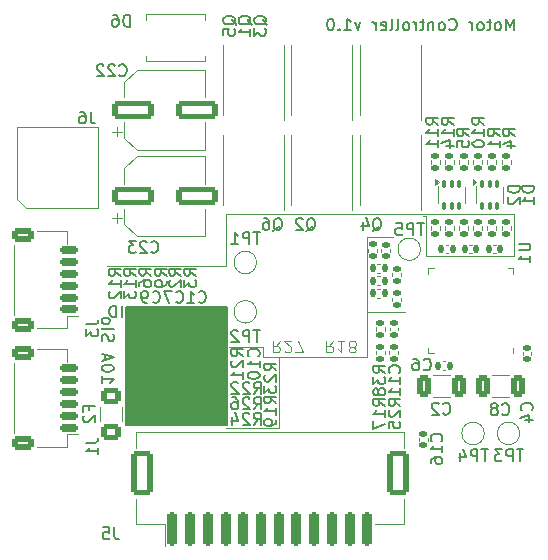
<source format=gbr>
%TF.GenerationSoftware,KiCad,Pcbnew,8.0.7*%
%TF.CreationDate,2025-04-07T22:13:35-04:00*%
%TF.ProjectId,motor-controller,6d6f746f-722d-4636-9f6e-74726f6c6c65,1*%
%TF.SameCoordinates,Original*%
%TF.FileFunction,Legend,Bot*%
%TF.FilePolarity,Positive*%
%FSLAX46Y46*%
G04 Gerber Fmt 4.6, Leading zero omitted, Abs format (unit mm)*
G04 Created by KiCad (PCBNEW 8.0.7) date 2025-04-07 22:13:35*
%MOMM*%
%LPD*%
G01*
G04 APERTURE LIST*
G04 Aperture macros list*
%AMRoundRect*
0 Rectangle with rounded corners*
0 $1 Rounding radius*
0 $2 $3 $4 $5 $6 $7 $8 $9 X,Y pos of 4 corners*
0 Add a 4 corners polygon primitive as box body*
4,1,4,$2,$3,$4,$5,$6,$7,$8,$9,$2,$3,0*
0 Add four circle primitives for the rounded corners*
1,1,$1+$1,$2,$3*
1,1,$1+$1,$4,$5*
1,1,$1+$1,$6,$7*
1,1,$1+$1,$8,$9*
0 Add four rect primitives between the rounded corners*
20,1,$1+$1,$2,$3,$4,$5,0*
20,1,$1+$1,$4,$5,$6,$7,0*
20,1,$1+$1,$6,$7,$8,$9,0*
20,1,$1+$1,$8,$9,$2,$3,0*%
G04 Aperture macros list end*
%ADD10C,0.050000*%
%ADD11C,0.153000*%
%ADD12C,0.150000*%
%ADD13C,0.100000*%
%ADD14C,0.120000*%
%ADD15C,3.600000*%
%ADD16C,6.400000*%
%ADD17RoundRect,0.140000X-0.170000X0.140000X-0.170000X-0.140000X0.170000X-0.140000X0.170000X0.140000X0*%
%ADD18R,2.200000X0.800000*%
%ADD19RoundRect,0.200000X-0.200000X-1.250000X0.200000X-1.250000X0.200000X1.250000X-0.200000X1.250000X0*%
%ADD20RoundRect,0.250000X-0.650000X-1.650000X0.650000X-1.650000X0.650000X1.650000X-0.650000X1.650000X0*%
%ADD21RoundRect,0.135000X0.185000X-0.135000X0.185000X0.135000X-0.185000X0.135000X-0.185000X-0.135000X0*%
%ADD22R,0.650000X1.150000*%
%ADD23R,4.600000X4.650000*%
%ADD24C,1.500000*%
%ADD25RoundRect,0.250000X-1.500000X-0.550000X1.500000X-0.550000X1.500000X0.550000X-1.500000X0.550000X0*%
%ADD26RoundRect,0.250000X-0.325000X-0.650000X0.325000X-0.650000X0.325000X0.650000X-0.325000X0.650000X0*%
%ADD27RoundRect,0.140000X0.140000X0.170000X-0.140000X0.170000X-0.140000X-0.170000X0.140000X-0.170000X0*%
%ADD28RoundRect,0.250001X-0.624999X0.462499X-0.624999X-0.462499X0.624999X-0.462499X0.624999X0.462499X0*%
%ADD29RoundRect,0.150000X0.625000X-0.150000X0.625000X0.150000X-0.625000X0.150000X-0.625000X-0.150000X0*%
%ADD30RoundRect,0.250000X0.650000X-0.350000X0.650000X0.350000X-0.650000X0.350000X-0.650000X-0.350000X0*%
%ADD31RoundRect,0.135000X-0.135000X-0.185000X0.135000X-0.185000X0.135000X0.185000X-0.135000X0.185000X0*%
%ADD32RoundRect,0.135000X-0.185000X0.135000X-0.185000X-0.135000X0.185000X-0.135000X0.185000X0.135000X0*%
%ADD33RoundRect,0.140000X0.170000X-0.140000X0.170000X0.140000X-0.170000X0.140000X-0.170000X-0.140000X0*%
%ADD34R,2.500000X2.300000*%
%ADD35R,1.200000X3.400000*%
%ADD36R,0.600000X3.400000*%
%ADD37RoundRect,0.100000X-0.100000X0.225000X-0.100000X-0.225000X0.100000X-0.225000X0.100000X0.225000X0*%
%ADD38R,0.300000X0.850000*%
%ADD39R,0.850000X0.300000*%
%ADD40R,2.800000X2.800000*%
%ADD41RoundRect,0.250000X0.325000X0.650000X-0.325000X0.650000X-0.325000X-0.650000X0.325000X-0.650000X0*%
G04 APERTURE END LIST*
D10*
X206300000Y-140900000D02*
X230700000Y-140900000D01*
X206300000Y-145300000D02*
X196200000Y-145300000D01*
X209400000Y-153000000D02*
X209400000Y-152150000D01*
X220400000Y-142900000D02*
X218200000Y-142900000D01*
X218200000Y-153000000D02*
X218200000Y-142900000D01*
X221400000Y-149200000D02*
X218200000Y-149200000D01*
X223200000Y-141100000D02*
X223000000Y-141100000D01*
X223200000Y-144500000D02*
X223200000Y-141100000D01*
X209400000Y-152150000D02*
X206500000Y-152150000D01*
X210800000Y-159000000D02*
X210800000Y-153000000D01*
X230700000Y-144500000D02*
X223200000Y-144500000D01*
X206300000Y-145300000D02*
X206300000Y-140900000D01*
X210800000Y-159000000D02*
X206300000Y-159000000D01*
X218200000Y-153000000D02*
X209400000Y-153000000D01*
X230700000Y-140900000D02*
X230700000Y-144500000D01*
D11*
X197800000Y-148800000D02*
X206400000Y-148800000D01*
X206400000Y-158800000D01*
X197800000Y-158800000D01*
X197800000Y-148800000D01*
G36*
X197800000Y-148800000D02*
G01*
X206400000Y-148800000D01*
X206400000Y-158800000D01*
X197800000Y-158800000D01*
X197800000Y-148800000D01*
G37*
X197461247Y-149669663D02*
X197461247Y-148669663D01*
X196985057Y-149669663D02*
X196985057Y-148669663D01*
X196985057Y-148669663D02*
X196746962Y-148669663D01*
X196746962Y-148669663D02*
X196604105Y-148717282D01*
X196604105Y-148717282D02*
X196508867Y-148812520D01*
X196508867Y-148812520D02*
X196461248Y-148907758D01*
X196461248Y-148907758D02*
X196413629Y-149098234D01*
X196413629Y-149098234D02*
X196413629Y-149241091D01*
X196413629Y-149241091D02*
X196461248Y-149431567D01*
X196461248Y-149431567D02*
X196508867Y-149526805D01*
X196508867Y-149526805D02*
X196604105Y-149622044D01*
X196604105Y-149622044D02*
X196746962Y-149669663D01*
X196746962Y-149669663D02*
X196985057Y-149669663D01*
X230661247Y-125369663D02*
X230661247Y-124369663D01*
X230661247Y-124369663D02*
X230327914Y-125083948D01*
X230327914Y-125083948D02*
X229994581Y-124369663D01*
X229994581Y-124369663D02*
X229994581Y-125369663D01*
X229375533Y-125369663D02*
X229470771Y-125322044D01*
X229470771Y-125322044D02*
X229518390Y-125274424D01*
X229518390Y-125274424D02*
X229566009Y-125179186D01*
X229566009Y-125179186D02*
X229566009Y-124893472D01*
X229566009Y-124893472D02*
X229518390Y-124798234D01*
X229518390Y-124798234D02*
X229470771Y-124750615D01*
X229470771Y-124750615D02*
X229375533Y-124702996D01*
X229375533Y-124702996D02*
X229232676Y-124702996D01*
X229232676Y-124702996D02*
X229137438Y-124750615D01*
X229137438Y-124750615D02*
X229089819Y-124798234D01*
X229089819Y-124798234D02*
X229042200Y-124893472D01*
X229042200Y-124893472D02*
X229042200Y-125179186D01*
X229042200Y-125179186D02*
X229089819Y-125274424D01*
X229089819Y-125274424D02*
X229137438Y-125322044D01*
X229137438Y-125322044D02*
X229232676Y-125369663D01*
X229232676Y-125369663D02*
X229375533Y-125369663D01*
X228756485Y-124702996D02*
X228375533Y-124702996D01*
X228613628Y-124369663D02*
X228613628Y-125226805D01*
X228613628Y-125226805D02*
X228566009Y-125322044D01*
X228566009Y-125322044D02*
X228470771Y-125369663D01*
X228470771Y-125369663D02*
X228375533Y-125369663D01*
X227899342Y-125369663D02*
X227994580Y-125322044D01*
X227994580Y-125322044D02*
X228042199Y-125274424D01*
X228042199Y-125274424D02*
X228089818Y-125179186D01*
X228089818Y-125179186D02*
X228089818Y-124893472D01*
X228089818Y-124893472D02*
X228042199Y-124798234D01*
X228042199Y-124798234D02*
X227994580Y-124750615D01*
X227994580Y-124750615D02*
X227899342Y-124702996D01*
X227899342Y-124702996D02*
X227756485Y-124702996D01*
X227756485Y-124702996D02*
X227661247Y-124750615D01*
X227661247Y-124750615D02*
X227613628Y-124798234D01*
X227613628Y-124798234D02*
X227566009Y-124893472D01*
X227566009Y-124893472D02*
X227566009Y-125179186D01*
X227566009Y-125179186D02*
X227613628Y-125274424D01*
X227613628Y-125274424D02*
X227661247Y-125322044D01*
X227661247Y-125322044D02*
X227756485Y-125369663D01*
X227756485Y-125369663D02*
X227899342Y-125369663D01*
X227137437Y-125369663D02*
X227137437Y-124702996D01*
X227137437Y-124893472D02*
X227089818Y-124798234D01*
X227089818Y-124798234D02*
X227042199Y-124750615D01*
X227042199Y-124750615D02*
X226946961Y-124702996D01*
X226946961Y-124702996D02*
X226851723Y-124702996D01*
X225185056Y-125274424D02*
X225232675Y-125322044D01*
X225232675Y-125322044D02*
X225375532Y-125369663D01*
X225375532Y-125369663D02*
X225470770Y-125369663D01*
X225470770Y-125369663D02*
X225613627Y-125322044D01*
X225613627Y-125322044D02*
X225708865Y-125226805D01*
X225708865Y-125226805D02*
X225756484Y-125131567D01*
X225756484Y-125131567D02*
X225804103Y-124941091D01*
X225804103Y-124941091D02*
X225804103Y-124798234D01*
X225804103Y-124798234D02*
X225756484Y-124607758D01*
X225756484Y-124607758D02*
X225708865Y-124512520D01*
X225708865Y-124512520D02*
X225613627Y-124417282D01*
X225613627Y-124417282D02*
X225470770Y-124369663D01*
X225470770Y-124369663D02*
X225375532Y-124369663D01*
X225375532Y-124369663D02*
X225232675Y-124417282D01*
X225232675Y-124417282D02*
X225185056Y-124464901D01*
X224613627Y-125369663D02*
X224708865Y-125322044D01*
X224708865Y-125322044D02*
X224756484Y-125274424D01*
X224756484Y-125274424D02*
X224804103Y-125179186D01*
X224804103Y-125179186D02*
X224804103Y-124893472D01*
X224804103Y-124893472D02*
X224756484Y-124798234D01*
X224756484Y-124798234D02*
X224708865Y-124750615D01*
X224708865Y-124750615D02*
X224613627Y-124702996D01*
X224613627Y-124702996D02*
X224470770Y-124702996D01*
X224470770Y-124702996D02*
X224375532Y-124750615D01*
X224375532Y-124750615D02*
X224327913Y-124798234D01*
X224327913Y-124798234D02*
X224280294Y-124893472D01*
X224280294Y-124893472D02*
X224280294Y-125179186D01*
X224280294Y-125179186D02*
X224327913Y-125274424D01*
X224327913Y-125274424D02*
X224375532Y-125322044D01*
X224375532Y-125322044D02*
X224470770Y-125369663D01*
X224470770Y-125369663D02*
X224613627Y-125369663D01*
X223851722Y-124702996D02*
X223851722Y-125369663D01*
X223851722Y-124798234D02*
X223804103Y-124750615D01*
X223804103Y-124750615D02*
X223708865Y-124702996D01*
X223708865Y-124702996D02*
X223566008Y-124702996D01*
X223566008Y-124702996D02*
X223470770Y-124750615D01*
X223470770Y-124750615D02*
X223423151Y-124845853D01*
X223423151Y-124845853D02*
X223423151Y-125369663D01*
X223089817Y-124702996D02*
X222708865Y-124702996D01*
X222946960Y-124369663D02*
X222946960Y-125226805D01*
X222946960Y-125226805D02*
X222899341Y-125322044D01*
X222899341Y-125322044D02*
X222804103Y-125369663D01*
X222804103Y-125369663D02*
X222708865Y-125369663D01*
X222375531Y-125369663D02*
X222375531Y-124702996D01*
X222375531Y-124893472D02*
X222327912Y-124798234D01*
X222327912Y-124798234D02*
X222280293Y-124750615D01*
X222280293Y-124750615D02*
X222185055Y-124702996D01*
X222185055Y-124702996D02*
X222089817Y-124702996D01*
X221613626Y-125369663D02*
X221708864Y-125322044D01*
X221708864Y-125322044D02*
X221756483Y-125274424D01*
X221756483Y-125274424D02*
X221804102Y-125179186D01*
X221804102Y-125179186D02*
X221804102Y-124893472D01*
X221804102Y-124893472D02*
X221756483Y-124798234D01*
X221756483Y-124798234D02*
X221708864Y-124750615D01*
X221708864Y-124750615D02*
X221613626Y-124702996D01*
X221613626Y-124702996D02*
X221470769Y-124702996D01*
X221470769Y-124702996D02*
X221375531Y-124750615D01*
X221375531Y-124750615D02*
X221327912Y-124798234D01*
X221327912Y-124798234D02*
X221280293Y-124893472D01*
X221280293Y-124893472D02*
X221280293Y-125179186D01*
X221280293Y-125179186D02*
X221327912Y-125274424D01*
X221327912Y-125274424D02*
X221375531Y-125322044D01*
X221375531Y-125322044D02*
X221470769Y-125369663D01*
X221470769Y-125369663D02*
X221613626Y-125369663D01*
X220708864Y-125369663D02*
X220804102Y-125322044D01*
X220804102Y-125322044D02*
X220851721Y-125226805D01*
X220851721Y-125226805D02*
X220851721Y-124369663D01*
X220185054Y-125369663D02*
X220280292Y-125322044D01*
X220280292Y-125322044D02*
X220327911Y-125226805D01*
X220327911Y-125226805D02*
X220327911Y-124369663D01*
X219423149Y-125322044D02*
X219518387Y-125369663D01*
X219518387Y-125369663D02*
X219708863Y-125369663D01*
X219708863Y-125369663D02*
X219804101Y-125322044D01*
X219804101Y-125322044D02*
X219851720Y-125226805D01*
X219851720Y-125226805D02*
X219851720Y-124845853D01*
X219851720Y-124845853D02*
X219804101Y-124750615D01*
X219804101Y-124750615D02*
X219708863Y-124702996D01*
X219708863Y-124702996D02*
X219518387Y-124702996D01*
X219518387Y-124702996D02*
X219423149Y-124750615D01*
X219423149Y-124750615D02*
X219375530Y-124845853D01*
X219375530Y-124845853D02*
X219375530Y-124941091D01*
X219375530Y-124941091D02*
X219851720Y-125036329D01*
X218946958Y-125369663D02*
X218946958Y-124702996D01*
X218946958Y-124893472D02*
X218899339Y-124798234D01*
X218899339Y-124798234D02*
X218851720Y-124750615D01*
X218851720Y-124750615D02*
X218756482Y-124702996D01*
X218756482Y-124702996D02*
X218661244Y-124702996D01*
X217661243Y-124702996D02*
X217423148Y-125369663D01*
X217423148Y-125369663D02*
X217185053Y-124702996D01*
X216280291Y-125369663D02*
X216851719Y-125369663D01*
X216566005Y-125369663D02*
X216566005Y-124369663D01*
X216566005Y-124369663D02*
X216661243Y-124512520D01*
X216661243Y-124512520D02*
X216756481Y-124607758D01*
X216756481Y-124607758D02*
X216851719Y-124655377D01*
X215851719Y-125274424D02*
X215804100Y-125322044D01*
X215804100Y-125322044D02*
X215851719Y-125369663D01*
X215851719Y-125369663D02*
X215899338Y-125322044D01*
X215899338Y-125322044D02*
X215851719Y-125274424D01*
X215851719Y-125274424D02*
X215851719Y-125369663D01*
X215185053Y-124369663D02*
X215089815Y-124369663D01*
X215089815Y-124369663D02*
X214994577Y-124417282D01*
X214994577Y-124417282D02*
X214946958Y-124464901D01*
X214946958Y-124464901D02*
X214899339Y-124560139D01*
X214899339Y-124560139D02*
X214851720Y-124750615D01*
X214851720Y-124750615D02*
X214851720Y-124988710D01*
X214851720Y-124988710D02*
X214899339Y-125179186D01*
X214899339Y-125179186D02*
X214946958Y-125274424D01*
X214946958Y-125274424D02*
X214994577Y-125322044D01*
X214994577Y-125322044D02*
X215089815Y-125369663D01*
X215089815Y-125369663D02*
X215185053Y-125369663D01*
X215185053Y-125369663D02*
X215280291Y-125322044D01*
X215280291Y-125322044D02*
X215327910Y-125274424D01*
X215327910Y-125274424D02*
X215375529Y-125179186D01*
X215375529Y-125179186D02*
X215423148Y-124988710D01*
X215423148Y-124988710D02*
X215423148Y-124750615D01*
X215423148Y-124750615D02*
X215375529Y-124560139D01*
X215375529Y-124560139D02*
X215327910Y-124464901D01*
X215327910Y-124464901D02*
X215280291Y-124417282D01*
X215280291Y-124417282D02*
X215185053Y-124369663D01*
X195780336Y-154637438D02*
X195780336Y-155208866D01*
X195780336Y-154923152D02*
X196780336Y-154923152D01*
X196780336Y-154923152D02*
X196637479Y-155018390D01*
X196637479Y-155018390D02*
X196542241Y-155113628D01*
X196542241Y-155113628D02*
X196494622Y-155208866D01*
X196780336Y-154018390D02*
X196780336Y-153923152D01*
X196780336Y-153923152D02*
X196732717Y-153827914D01*
X196732717Y-153827914D02*
X196685098Y-153780295D01*
X196685098Y-153780295D02*
X196589860Y-153732676D01*
X196589860Y-153732676D02*
X196399384Y-153685057D01*
X196399384Y-153685057D02*
X196161289Y-153685057D01*
X196161289Y-153685057D02*
X195970813Y-153732676D01*
X195970813Y-153732676D02*
X195875575Y-153780295D01*
X195875575Y-153780295D02*
X195827956Y-153827914D01*
X195827956Y-153827914D02*
X195780336Y-153923152D01*
X195780336Y-153923152D02*
X195780336Y-154018390D01*
X195780336Y-154018390D02*
X195827956Y-154113628D01*
X195827956Y-154113628D02*
X195875575Y-154161247D01*
X195875575Y-154161247D02*
X195970813Y-154208866D01*
X195970813Y-154208866D02*
X196161289Y-154256485D01*
X196161289Y-154256485D02*
X196399384Y-154256485D01*
X196399384Y-154256485D02*
X196589860Y-154208866D01*
X196589860Y-154208866D02*
X196685098Y-154161247D01*
X196685098Y-154161247D02*
X196732717Y-154113628D01*
X196732717Y-154113628D02*
X196780336Y-154018390D01*
X196066051Y-153304104D02*
X196066051Y-152827914D01*
X195780336Y-153399342D02*
X196780336Y-153066009D01*
X196780336Y-153066009D02*
X195780336Y-152732676D01*
X195827956Y-151685056D02*
X195780336Y-151542199D01*
X195780336Y-151542199D02*
X195780336Y-151304104D01*
X195780336Y-151304104D02*
X195827956Y-151208866D01*
X195827956Y-151208866D02*
X195875575Y-151161247D01*
X195875575Y-151161247D02*
X195970813Y-151113628D01*
X195970813Y-151113628D02*
X196066051Y-151113628D01*
X196066051Y-151113628D02*
X196161289Y-151161247D01*
X196161289Y-151161247D02*
X196208908Y-151208866D01*
X196208908Y-151208866D02*
X196256527Y-151304104D01*
X196256527Y-151304104D02*
X196304146Y-151494580D01*
X196304146Y-151494580D02*
X196351765Y-151589818D01*
X196351765Y-151589818D02*
X196399384Y-151637437D01*
X196399384Y-151637437D02*
X196494622Y-151685056D01*
X196494622Y-151685056D02*
X196589860Y-151685056D01*
X196589860Y-151685056D02*
X196685098Y-151637437D01*
X196685098Y-151637437D02*
X196732717Y-151589818D01*
X196732717Y-151589818D02*
X196780336Y-151494580D01*
X196780336Y-151494580D02*
X196780336Y-151256485D01*
X196780336Y-151256485D02*
X196732717Y-151113628D01*
X195780336Y-150542199D02*
X195827956Y-150637437D01*
X195827956Y-150637437D02*
X195923194Y-150685056D01*
X195923194Y-150685056D02*
X196780336Y-150685056D01*
X195780336Y-150018389D02*
X195827956Y-150113627D01*
X195827956Y-150113627D02*
X195875575Y-150161246D01*
X195875575Y-150161246D02*
X195970813Y-150208865D01*
X195970813Y-150208865D02*
X196256527Y-150208865D01*
X196256527Y-150208865D02*
X196351765Y-150161246D01*
X196351765Y-150161246D02*
X196399384Y-150113627D01*
X196399384Y-150113627D02*
X196447003Y-150018389D01*
X196447003Y-150018389D02*
X196447003Y-149875532D01*
X196447003Y-149875532D02*
X196399384Y-149780294D01*
X196399384Y-149780294D02*
X196351765Y-149732675D01*
X196351765Y-149732675D02*
X196256527Y-149685056D01*
X196256527Y-149685056D02*
X195970813Y-149685056D01*
X195970813Y-149685056D02*
X195875575Y-149732675D01*
X195875575Y-149732675D02*
X195827956Y-149780294D01*
X195827956Y-149780294D02*
X195780336Y-149875532D01*
X195780336Y-149875532D02*
X195780336Y-150018389D01*
D12*
X232159580Y-157533333D02*
X232207200Y-157485714D01*
X232207200Y-157485714D02*
X232254819Y-157342857D01*
X232254819Y-157342857D02*
X232254819Y-157247619D01*
X232254819Y-157247619D02*
X232207200Y-157104762D01*
X232207200Y-157104762D02*
X232111961Y-157009524D01*
X232111961Y-157009524D02*
X232016723Y-156961905D01*
X232016723Y-156961905D02*
X231826247Y-156914286D01*
X231826247Y-156914286D02*
X231683390Y-156914286D01*
X231683390Y-156914286D02*
X231492914Y-156961905D01*
X231492914Y-156961905D02*
X231397676Y-157009524D01*
X231397676Y-157009524D02*
X231302438Y-157104762D01*
X231302438Y-157104762D02*
X231254819Y-157247619D01*
X231254819Y-157247619D02*
X231254819Y-157342857D01*
X231254819Y-157342857D02*
X231302438Y-157485714D01*
X231302438Y-157485714D02*
X231350057Y-157533333D01*
X231588152Y-158390476D02*
X232254819Y-158390476D01*
X231207200Y-158152381D02*
X231921485Y-157914286D01*
X231921485Y-157914286D02*
X231921485Y-158533333D01*
X194833333Y-132254819D02*
X194833333Y-132969104D01*
X194833333Y-132969104D02*
X194880952Y-133111961D01*
X194880952Y-133111961D02*
X194976190Y-133207200D01*
X194976190Y-133207200D02*
X195119047Y-133254819D01*
X195119047Y-133254819D02*
X195214285Y-133254819D01*
X193928571Y-132254819D02*
X194119047Y-132254819D01*
X194119047Y-132254819D02*
X194214285Y-132302438D01*
X194214285Y-132302438D02*
X194261904Y-132350057D01*
X194261904Y-132350057D02*
X194357142Y-132492914D01*
X194357142Y-132492914D02*
X194404761Y-132683390D01*
X194404761Y-132683390D02*
X194404761Y-133064342D01*
X194404761Y-133064342D02*
X194357142Y-133159580D01*
X194357142Y-133159580D02*
X194309523Y-133207200D01*
X194309523Y-133207200D02*
X194214285Y-133254819D01*
X194214285Y-133254819D02*
X194023809Y-133254819D01*
X194023809Y-133254819D02*
X193928571Y-133207200D01*
X193928571Y-133207200D02*
X193880952Y-133159580D01*
X193880952Y-133159580D02*
X193833333Y-133064342D01*
X193833333Y-133064342D02*
X193833333Y-132826247D01*
X193833333Y-132826247D02*
X193880952Y-132731009D01*
X193880952Y-132731009D02*
X193928571Y-132683390D01*
X193928571Y-132683390D02*
X194023809Y-132635771D01*
X194023809Y-132635771D02*
X194214285Y-132635771D01*
X194214285Y-132635771D02*
X194309523Y-132683390D01*
X194309523Y-132683390D02*
X194357142Y-132731009D01*
X194357142Y-132731009D02*
X194404761Y-132826247D01*
X196833333Y-167454819D02*
X196833333Y-168169104D01*
X196833333Y-168169104D02*
X196880952Y-168311961D01*
X196880952Y-168311961D02*
X196976190Y-168407200D01*
X196976190Y-168407200D02*
X197119047Y-168454819D01*
X197119047Y-168454819D02*
X197214285Y-168454819D01*
X195880952Y-167454819D02*
X196357142Y-167454819D01*
X196357142Y-167454819D02*
X196404761Y-167931009D01*
X196404761Y-167931009D02*
X196357142Y-167883390D01*
X196357142Y-167883390D02*
X196261904Y-167835771D01*
X196261904Y-167835771D02*
X196023809Y-167835771D01*
X196023809Y-167835771D02*
X195928571Y-167883390D01*
X195928571Y-167883390D02*
X195880952Y-167931009D01*
X195880952Y-167931009D02*
X195833333Y-168026247D01*
X195833333Y-168026247D02*
X195833333Y-168264342D01*
X195833333Y-168264342D02*
X195880952Y-168359580D01*
X195880952Y-168359580D02*
X195928571Y-168407200D01*
X195928571Y-168407200D02*
X196023809Y-168454819D01*
X196023809Y-168454819D02*
X196261904Y-168454819D01*
X196261904Y-168454819D02*
X196357142Y-168407200D01*
X196357142Y-168407200D02*
X196404761Y-168359580D01*
X219754819Y-154357142D02*
X219278628Y-154023809D01*
X219754819Y-153785714D02*
X218754819Y-153785714D01*
X218754819Y-153785714D02*
X218754819Y-154166666D01*
X218754819Y-154166666D02*
X218802438Y-154261904D01*
X218802438Y-154261904D02*
X218850057Y-154309523D01*
X218850057Y-154309523D02*
X218945295Y-154357142D01*
X218945295Y-154357142D02*
X219088152Y-154357142D01*
X219088152Y-154357142D02*
X219183390Y-154309523D01*
X219183390Y-154309523D02*
X219231009Y-154261904D01*
X219231009Y-154261904D02*
X219278628Y-154166666D01*
X219278628Y-154166666D02*
X219278628Y-153785714D01*
X218754819Y-154690476D02*
X218754819Y-155309523D01*
X218754819Y-155309523D02*
X219135771Y-154976190D01*
X219135771Y-154976190D02*
X219135771Y-155119047D01*
X219135771Y-155119047D02*
X219183390Y-155214285D01*
X219183390Y-155214285D02*
X219231009Y-155261904D01*
X219231009Y-155261904D02*
X219326247Y-155309523D01*
X219326247Y-155309523D02*
X219564342Y-155309523D01*
X219564342Y-155309523D02*
X219659580Y-155261904D01*
X219659580Y-155261904D02*
X219707200Y-155214285D01*
X219707200Y-155214285D02*
X219754819Y-155119047D01*
X219754819Y-155119047D02*
X219754819Y-154833333D01*
X219754819Y-154833333D02*
X219707200Y-154738095D01*
X219707200Y-154738095D02*
X219659580Y-154690476D01*
X219183390Y-155880952D02*
X219135771Y-155785714D01*
X219135771Y-155785714D02*
X219088152Y-155738095D01*
X219088152Y-155738095D02*
X218992914Y-155690476D01*
X218992914Y-155690476D02*
X218945295Y-155690476D01*
X218945295Y-155690476D02*
X218850057Y-155738095D01*
X218850057Y-155738095D02*
X218802438Y-155785714D01*
X218802438Y-155785714D02*
X218754819Y-155880952D01*
X218754819Y-155880952D02*
X218754819Y-156071428D01*
X218754819Y-156071428D02*
X218802438Y-156166666D01*
X218802438Y-156166666D02*
X218850057Y-156214285D01*
X218850057Y-156214285D02*
X218945295Y-156261904D01*
X218945295Y-156261904D02*
X218992914Y-156261904D01*
X218992914Y-156261904D02*
X219088152Y-156214285D01*
X219088152Y-156214285D02*
X219135771Y-156166666D01*
X219135771Y-156166666D02*
X219183390Y-156071428D01*
X219183390Y-156071428D02*
X219183390Y-155880952D01*
X219183390Y-155880952D02*
X219231009Y-155785714D01*
X219231009Y-155785714D02*
X219278628Y-155738095D01*
X219278628Y-155738095D02*
X219373866Y-155690476D01*
X219373866Y-155690476D02*
X219564342Y-155690476D01*
X219564342Y-155690476D02*
X219659580Y-155738095D01*
X219659580Y-155738095D02*
X219707200Y-155785714D01*
X219707200Y-155785714D02*
X219754819Y-155880952D01*
X219754819Y-155880952D02*
X219754819Y-156071428D01*
X219754819Y-156071428D02*
X219707200Y-156166666D01*
X219707200Y-156166666D02*
X219659580Y-156214285D01*
X219659580Y-156214285D02*
X219564342Y-156261904D01*
X219564342Y-156261904D02*
X219373866Y-156261904D01*
X219373866Y-156261904D02*
X219278628Y-156214285D01*
X219278628Y-156214285D02*
X219231009Y-156166666D01*
X219231009Y-156166666D02*
X219183390Y-156071428D01*
X209750057Y-124904761D02*
X209702438Y-124809523D01*
X209702438Y-124809523D02*
X209607200Y-124714285D01*
X209607200Y-124714285D02*
X209464342Y-124571428D01*
X209464342Y-124571428D02*
X209416723Y-124476190D01*
X209416723Y-124476190D02*
X209416723Y-124380952D01*
X209654819Y-124428571D02*
X209607200Y-124333333D01*
X209607200Y-124333333D02*
X209511961Y-124238095D01*
X209511961Y-124238095D02*
X209321485Y-124190476D01*
X209321485Y-124190476D02*
X208988152Y-124190476D01*
X208988152Y-124190476D02*
X208797676Y-124238095D01*
X208797676Y-124238095D02*
X208702438Y-124333333D01*
X208702438Y-124333333D02*
X208654819Y-124428571D01*
X208654819Y-124428571D02*
X208654819Y-124619047D01*
X208654819Y-124619047D02*
X208702438Y-124714285D01*
X208702438Y-124714285D02*
X208797676Y-124809523D01*
X208797676Y-124809523D02*
X208988152Y-124857142D01*
X208988152Y-124857142D02*
X209321485Y-124857142D01*
X209321485Y-124857142D02*
X209511961Y-124809523D01*
X209511961Y-124809523D02*
X209607200Y-124714285D01*
X209607200Y-124714285D02*
X209654819Y-124619047D01*
X209654819Y-124619047D02*
X209654819Y-124428571D01*
X208654819Y-125190476D02*
X208654819Y-125809523D01*
X208654819Y-125809523D02*
X209035771Y-125476190D01*
X209035771Y-125476190D02*
X209035771Y-125619047D01*
X209035771Y-125619047D02*
X209083390Y-125714285D01*
X209083390Y-125714285D02*
X209131009Y-125761904D01*
X209131009Y-125761904D02*
X209226247Y-125809523D01*
X209226247Y-125809523D02*
X209464342Y-125809523D01*
X209464342Y-125809523D02*
X209559580Y-125761904D01*
X209559580Y-125761904D02*
X209607200Y-125714285D01*
X209607200Y-125714285D02*
X209654819Y-125619047D01*
X209654819Y-125619047D02*
X209654819Y-125333333D01*
X209654819Y-125333333D02*
X209607200Y-125238095D01*
X209607200Y-125238095D02*
X209559580Y-125190476D01*
X231461904Y-160854819D02*
X230890476Y-160854819D01*
X231176190Y-161854819D02*
X231176190Y-160854819D01*
X230557142Y-161854819D02*
X230557142Y-160854819D01*
X230557142Y-160854819D02*
X230176190Y-160854819D01*
X230176190Y-160854819D02*
X230080952Y-160902438D01*
X230080952Y-160902438D02*
X230033333Y-160950057D01*
X230033333Y-160950057D02*
X229985714Y-161045295D01*
X229985714Y-161045295D02*
X229985714Y-161188152D01*
X229985714Y-161188152D02*
X230033333Y-161283390D01*
X230033333Y-161283390D02*
X230080952Y-161331009D01*
X230080952Y-161331009D02*
X230176190Y-161378628D01*
X230176190Y-161378628D02*
X230557142Y-161378628D01*
X229652380Y-160854819D02*
X229033333Y-160854819D01*
X229033333Y-160854819D02*
X229366666Y-161235771D01*
X229366666Y-161235771D02*
X229223809Y-161235771D01*
X229223809Y-161235771D02*
X229128571Y-161283390D01*
X229128571Y-161283390D02*
X229080952Y-161331009D01*
X229080952Y-161331009D02*
X229033333Y-161426247D01*
X229033333Y-161426247D02*
X229033333Y-161664342D01*
X229033333Y-161664342D02*
X229080952Y-161759580D01*
X229080952Y-161759580D02*
X229128571Y-161807200D01*
X229128571Y-161807200D02*
X229223809Y-161854819D01*
X229223809Y-161854819D02*
X229509523Y-161854819D01*
X229509523Y-161854819D02*
X229604761Y-161807200D01*
X229604761Y-161807200D02*
X229652380Y-161759580D01*
X219754819Y-157157142D02*
X219278628Y-156823809D01*
X219754819Y-156585714D02*
X218754819Y-156585714D01*
X218754819Y-156585714D02*
X218754819Y-156966666D01*
X218754819Y-156966666D02*
X218802438Y-157061904D01*
X218802438Y-157061904D02*
X218850057Y-157109523D01*
X218850057Y-157109523D02*
X218945295Y-157157142D01*
X218945295Y-157157142D02*
X219088152Y-157157142D01*
X219088152Y-157157142D02*
X219183390Y-157109523D01*
X219183390Y-157109523D02*
X219231009Y-157061904D01*
X219231009Y-157061904D02*
X219278628Y-156966666D01*
X219278628Y-156966666D02*
X219278628Y-156585714D01*
X219754819Y-158109523D02*
X219754819Y-157538095D01*
X219754819Y-157823809D02*
X218754819Y-157823809D01*
X218754819Y-157823809D02*
X218897676Y-157728571D01*
X218897676Y-157728571D02*
X218992914Y-157633333D01*
X218992914Y-157633333D02*
X219040533Y-157538095D01*
X218754819Y-158442857D02*
X218754819Y-159109523D01*
X218754819Y-159109523D02*
X219754819Y-158680952D01*
X207150057Y-124904761D02*
X207102438Y-124809523D01*
X207102438Y-124809523D02*
X207007200Y-124714285D01*
X207007200Y-124714285D02*
X206864342Y-124571428D01*
X206864342Y-124571428D02*
X206816723Y-124476190D01*
X206816723Y-124476190D02*
X206816723Y-124380952D01*
X207054819Y-124428571D02*
X207007200Y-124333333D01*
X207007200Y-124333333D02*
X206911961Y-124238095D01*
X206911961Y-124238095D02*
X206721485Y-124190476D01*
X206721485Y-124190476D02*
X206388152Y-124190476D01*
X206388152Y-124190476D02*
X206197676Y-124238095D01*
X206197676Y-124238095D02*
X206102438Y-124333333D01*
X206102438Y-124333333D02*
X206054819Y-124428571D01*
X206054819Y-124428571D02*
X206054819Y-124619047D01*
X206054819Y-124619047D02*
X206102438Y-124714285D01*
X206102438Y-124714285D02*
X206197676Y-124809523D01*
X206197676Y-124809523D02*
X206388152Y-124857142D01*
X206388152Y-124857142D02*
X206721485Y-124857142D01*
X206721485Y-124857142D02*
X206911961Y-124809523D01*
X206911961Y-124809523D02*
X207007200Y-124714285D01*
X207007200Y-124714285D02*
X207054819Y-124619047D01*
X207054819Y-124619047D02*
X207054819Y-124428571D01*
X206054819Y-125761904D02*
X206054819Y-125285714D01*
X206054819Y-125285714D02*
X206531009Y-125238095D01*
X206531009Y-125238095D02*
X206483390Y-125285714D01*
X206483390Y-125285714D02*
X206435771Y-125380952D01*
X206435771Y-125380952D02*
X206435771Y-125619047D01*
X206435771Y-125619047D02*
X206483390Y-125714285D01*
X206483390Y-125714285D02*
X206531009Y-125761904D01*
X206531009Y-125761904D02*
X206626247Y-125809523D01*
X206626247Y-125809523D02*
X206864342Y-125809523D01*
X206864342Y-125809523D02*
X206959580Y-125761904D01*
X206959580Y-125761904D02*
X207007200Y-125714285D01*
X207007200Y-125714285D02*
X207054819Y-125619047D01*
X207054819Y-125619047D02*
X207054819Y-125380952D01*
X207054819Y-125380952D02*
X207007200Y-125285714D01*
X207007200Y-125285714D02*
X206959580Y-125238095D01*
X199942857Y-144109580D02*
X199990476Y-144157200D01*
X199990476Y-144157200D02*
X200133333Y-144204819D01*
X200133333Y-144204819D02*
X200228571Y-144204819D01*
X200228571Y-144204819D02*
X200371428Y-144157200D01*
X200371428Y-144157200D02*
X200466666Y-144061961D01*
X200466666Y-144061961D02*
X200514285Y-143966723D01*
X200514285Y-143966723D02*
X200561904Y-143776247D01*
X200561904Y-143776247D02*
X200561904Y-143633390D01*
X200561904Y-143633390D02*
X200514285Y-143442914D01*
X200514285Y-143442914D02*
X200466666Y-143347676D01*
X200466666Y-143347676D02*
X200371428Y-143252438D01*
X200371428Y-143252438D02*
X200228571Y-143204819D01*
X200228571Y-143204819D02*
X200133333Y-143204819D01*
X200133333Y-143204819D02*
X199990476Y-143252438D01*
X199990476Y-143252438D02*
X199942857Y-143300057D01*
X199561904Y-143300057D02*
X199514285Y-143252438D01*
X199514285Y-143252438D02*
X199419047Y-143204819D01*
X199419047Y-143204819D02*
X199180952Y-143204819D01*
X199180952Y-143204819D02*
X199085714Y-143252438D01*
X199085714Y-143252438D02*
X199038095Y-143300057D01*
X199038095Y-143300057D02*
X198990476Y-143395295D01*
X198990476Y-143395295D02*
X198990476Y-143490533D01*
X198990476Y-143490533D02*
X199038095Y-143633390D01*
X199038095Y-143633390D02*
X199609523Y-144204819D01*
X199609523Y-144204819D02*
X198990476Y-144204819D01*
X198657142Y-143204819D02*
X198038095Y-143204819D01*
X198038095Y-143204819D02*
X198371428Y-143585771D01*
X198371428Y-143585771D02*
X198228571Y-143585771D01*
X198228571Y-143585771D02*
X198133333Y-143633390D01*
X198133333Y-143633390D02*
X198085714Y-143681009D01*
X198085714Y-143681009D02*
X198038095Y-143776247D01*
X198038095Y-143776247D02*
X198038095Y-144014342D01*
X198038095Y-144014342D02*
X198085714Y-144109580D01*
X198085714Y-144109580D02*
X198133333Y-144157200D01*
X198133333Y-144157200D02*
X198228571Y-144204819D01*
X198228571Y-144204819D02*
X198514285Y-144204819D01*
X198514285Y-144204819D02*
X198609523Y-144157200D01*
X198609523Y-144157200D02*
X198657142Y-144109580D01*
X229666666Y-157859580D02*
X229714285Y-157907200D01*
X229714285Y-157907200D02*
X229857142Y-157954819D01*
X229857142Y-157954819D02*
X229952380Y-157954819D01*
X229952380Y-157954819D02*
X230095237Y-157907200D01*
X230095237Y-157907200D02*
X230190475Y-157811961D01*
X230190475Y-157811961D02*
X230238094Y-157716723D01*
X230238094Y-157716723D02*
X230285713Y-157526247D01*
X230285713Y-157526247D02*
X230285713Y-157383390D01*
X230285713Y-157383390D02*
X230238094Y-157192914D01*
X230238094Y-157192914D02*
X230190475Y-157097676D01*
X230190475Y-157097676D02*
X230095237Y-157002438D01*
X230095237Y-157002438D02*
X229952380Y-156954819D01*
X229952380Y-156954819D02*
X229857142Y-156954819D01*
X229857142Y-156954819D02*
X229714285Y-157002438D01*
X229714285Y-157002438D02*
X229666666Y-157050057D01*
X229095237Y-157383390D02*
X229190475Y-157335771D01*
X229190475Y-157335771D02*
X229238094Y-157288152D01*
X229238094Y-157288152D02*
X229285713Y-157192914D01*
X229285713Y-157192914D02*
X229285713Y-157145295D01*
X229285713Y-157145295D02*
X229238094Y-157050057D01*
X229238094Y-157050057D02*
X229190475Y-157002438D01*
X229190475Y-157002438D02*
X229095237Y-156954819D01*
X229095237Y-156954819D02*
X228904761Y-156954819D01*
X228904761Y-156954819D02*
X228809523Y-157002438D01*
X228809523Y-157002438D02*
X228761904Y-157050057D01*
X228761904Y-157050057D02*
X228714285Y-157145295D01*
X228714285Y-157145295D02*
X228714285Y-157192914D01*
X228714285Y-157192914D02*
X228761904Y-157288152D01*
X228761904Y-157288152D02*
X228809523Y-157335771D01*
X228809523Y-157335771D02*
X228904761Y-157383390D01*
X228904761Y-157383390D02*
X229095237Y-157383390D01*
X229095237Y-157383390D02*
X229190475Y-157431009D01*
X229190475Y-157431009D02*
X229238094Y-157478628D01*
X229238094Y-157478628D02*
X229285713Y-157573866D01*
X229285713Y-157573866D02*
X229285713Y-157764342D01*
X229285713Y-157764342D02*
X229238094Y-157859580D01*
X229238094Y-157859580D02*
X229190475Y-157907200D01*
X229190475Y-157907200D02*
X229095237Y-157954819D01*
X229095237Y-157954819D02*
X228904761Y-157954819D01*
X228904761Y-157954819D02*
X228809523Y-157907200D01*
X228809523Y-157907200D02*
X228761904Y-157859580D01*
X228761904Y-157859580D02*
X228714285Y-157764342D01*
X228714285Y-157764342D02*
X228714285Y-157573866D01*
X228714285Y-157573866D02*
X228761904Y-157478628D01*
X228761904Y-157478628D02*
X228809523Y-157431009D01*
X228809523Y-157431009D02*
X228904761Y-157383390D01*
X208450057Y-124904761D02*
X208402438Y-124809523D01*
X208402438Y-124809523D02*
X208307200Y-124714285D01*
X208307200Y-124714285D02*
X208164342Y-124571428D01*
X208164342Y-124571428D02*
X208116723Y-124476190D01*
X208116723Y-124476190D02*
X208116723Y-124380952D01*
X208354819Y-124428571D02*
X208307200Y-124333333D01*
X208307200Y-124333333D02*
X208211961Y-124238095D01*
X208211961Y-124238095D02*
X208021485Y-124190476D01*
X208021485Y-124190476D02*
X207688152Y-124190476D01*
X207688152Y-124190476D02*
X207497676Y-124238095D01*
X207497676Y-124238095D02*
X207402438Y-124333333D01*
X207402438Y-124333333D02*
X207354819Y-124428571D01*
X207354819Y-124428571D02*
X207354819Y-124619047D01*
X207354819Y-124619047D02*
X207402438Y-124714285D01*
X207402438Y-124714285D02*
X207497676Y-124809523D01*
X207497676Y-124809523D02*
X207688152Y-124857142D01*
X207688152Y-124857142D02*
X208021485Y-124857142D01*
X208021485Y-124857142D02*
X208211961Y-124809523D01*
X208211961Y-124809523D02*
X208307200Y-124714285D01*
X208307200Y-124714285D02*
X208354819Y-124619047D01*
X208354819Y-124619047D02*
X208354819Y-124428571D01*
X208354819Y-125809523D02*
X208354819Y-125238095D01*
X208354819Y-125523809D02*
X207354819Y-125523809D01*
X207354819Y-125523809D02*
X207497676Y-125428571D01*
X207497676Y-125428571D02*
X207592914Y-125333333D01*
X207592914Y-125333333D02*
X207640533Y-125238095D01*
X202066666Y-148359580D02*
X202114285Y-148407200D01*
X202114285Y-148407200D02*
X202257142Y-148454819D01*
X202257142Y-148454819D02*
X202352380Y-148454819D01*
X202352380Y-148454819D02*
X202495237Y-148407200D01*
X202495237Y-148407200D02*
X202590475Y-148311961D01*
X202590475Y-148311961D02*
X202638094Y-148216723D01*
X202638094Y-148216723D02*
X202685713Y-148026247D01*
X202685713Y-148026247D02*
X202685713Y-147883390D01*
X202685713Y-147883390D02*
X202638094Y-147692914D01*
X202638094Y-147692914D02*
X202590475Y-147597676D01*
X202590475Y-147597676D02*
X202495237Y-147502438D01*
X202495237Y-147502438D02*
X202352380Y-147454819D01*
X202352380Y-147454819D02*
X202257142Y-147454819D01*
X202257142Y-147454819D02*
X202114285Y-147502438D01*
X202114285Y-147502438D02*
X202066666Y-147550057D01*
X201733332Y-147454819D02*
X201066666Y-147454819D01*
X201066666Y-147454819D02*
X201495237Y-148454819D01*
X225554819Y-133357142D02*
X225078628Y-133023809D01*
X225554819Y-132785714D02*
X224554819Y-132785714D01*
X224554819Y-132785714D02*
X224554819Y-133166666D01*
X224554819Y-133166666D02*
X224602438Y-133261904D01*
X224602438Y-133261904D02*
X224650057Y-133309523D01*
X224650057Y-133309523D02*
X224745295Y-133357142D01*
X224745295Y-133357142D02*
X224888152Y-133357142D01*
X224888152Y-133357142D02*
X224983390Y-133309523D01*
X224983390Y-133309523D02*
X225031009Y-133261904D01*
X225031009Y-133261904D02*
X225078628Y-133166666D01*
X225078628Y-133166666D02*
X225078628Y-132785714D01*
X225554819Y-134309523D02*
X225554819Y-133738095D01*
X225554819Y-134023809D02*
X224554819Y-134023809D01*
X224554819Y-134023809D02*
X224697676Y-133928571D01*
X224697676Y-133928571D02*
X224792914Y-133833333D01*
X224792914Y-133833333D02*
X224840533Y-133738095D01*
X224888152Y-135166666D02*
X225554819Y-135166666D01*
X224507200Y-134928571D02*
X225221485Y-134690476D01*
X225221485Y-134690476D02*
X225221485Y-135309523D01*
X228154819Y-133357142D02*
X227678628Y-133023809D01*
X228154819Y-132785714D02*
X227154819Y-132785714D01*
X227154819Y-132785714D02*
X227154819Y-133166666D01*
X227154819Y-133166666D02*
X227202438Y-133261904D01*
X227202438Y-133261904D02*
X227250057Y-133309523D01*
X227250057Y-133309523D02*
X227345295Y-133357142D01*
X227345295Y-133357142D02*
X227488152Y-133357142D01*
X227488152Y-133357142D02*
X227583390Y-133309523D01*
X227583390Y-133309523D02*
X227631009Y-133261904D01*
X227631009Y-133261904D02*
X227678628Y-133166666D01*
X227678628Y-133166666D02*
X227678628Y-132785714D01*
X228154819Y-134309523D02*
X228154819Y-133738095D01*
X228154819Y-134023809D02*
X227154819Y-134023809D01*
X227154819Y-134023809D02*
X227297676Y-133928571D01*
X227297676Y-133928571D02*
X227392914Y-133833333D01*
X227392914Y-133833333D02*
X227440533Y-133738095D01*
X227154819Y-134928571D02*
X227154819Y-135023809D01*
X227154819Y-135023809D02*
X227202438Y-135119047D01*
X227202438Y-135119047D02*
X227250057Y-135166666D01*
X227250057Y-135166666D02*
X227345295Y-135214285D01*
X227345295Y-135214285D02*
X227535771Y-135261904D01*
X227535771Y-135261904D02*
X227773866Y-135261904D01*
X227773866Y-135261904D02*
X227964342Y-135214285D01*
X227964342Y-135214285D02*
X228059580Y-135166666D01*
X228059580Y-135166666D02*
X228107200Y-135119047D01*
X228107200Y-135119047D02*
X228154819Y-135023809D01*
X228154819Y-135023809D02*
X228154819Y-134928571D01*
X228154819Y-134928571D02*
X228107200Y-134833333D01*
X228107200Y-134833333D02*
X228059580Y-134785714D01*
X228059580Y-134785714D02*
X227964342Y-134738095D01*
X227964342Y-134738095D02*
X227773866Y-134690476D01*
X227773866Y-134690476D02*
X227535771Y-134690476D01*
X227535771Y-134690476D02*
X227345295Y-134738095D01*
X227345295Y-134738095D02*
X227250057Y-134785714D01*
X227250057Y-134785714D02*
X227202438Y-134833333D01*
X227202438Y-134833333D02*
X227154819Y-134928571D01*
X194661009Y-157516666D02*
X194661009Y-157183333D01*
X195184819Y-157183333D02*
X194184819Y-157183333D01*
X194184819Y-157183333D02*
X194184819Y-157659523D01*
X194280057Y-157992857D02*
X194232438Y-158040476D01*
X194232438Y-158040476D02*
X194184819Y-158135714D01*
X194184819Y-158135714D02*
X194184819Y-158373809D01*
X194184819Y-158373809D02*
X194232438Y-158469047D01*
X194232438Y-158469047D02*
X194280057Y-158516666D01*
X194280057Y-158516666D02*
X194375295Y-158564285D01*
X194375295Y-158564285D02*
X194470533Y-158564285D01*
X194470533Y-158564285D02*
X194613390Y-158516666D01*
X194613390Y-158516666D02*
X195184819Y-157945238D01*
X195184819Y-157945238D02*
X195184819Y-158564285D01*
X194454819Y-160266666D02*
X195169104Y-160266666D01*
X195169104Y-160266666D02*
X195311961Y-160219047D01*
X195311961Y-160219047D02*
X195407200Y-160123809D01*
X195407200Y-160123809D02*
X195454819Y-159980952D01*
X195454819Y-159980952D02*
X195454819Y-159885714D01*
X195454819Y-161266666D02*
X195454819Y-160695238D01*
X195454819Y-160980952D02*
X194454819Y-160980952D01*
X194454819Y-160980952D02*
X194597676Y-160885714D01*
X194597676Y-160885714D02*
X194692914Y-160790476D01*
X194692914Y-160790476D02*
X194740533Y-160695238D01*
X208642857Y-156154819D02*
X208976190Y-155678628D01*
X209214285Y-156154819D02*
X209214285Y-155154819D01*
X209214285Y-155154819D02*
X208833333Y-155154819D01*
X208833333Y-155154819D02*
X208738095Y-155202438D01*
X208738095Y-155202438D02*
X208690476Y-155250057D01*
X208690476Y-155250057D02*
X208642857Y-155345295D01*
X208642857Y-155345295D02*
X208642857Y-155488152D01*
X208642857Y-155488152D02*
X208690476Y-155583390D01*
X208690476Y-155583390D02*
X208738095Y-155631009D01*
X208738095Y-155631009D02*
X208833333Y-155678628D01*
X208833333Y-155678628D02*
X209214285Y-155678628D01*
X208261904Y-155250057D02*
X208214285Y-155202438D01*
X208214285Y-155202438D02*
X208119047Y-155154819D01*
X208119047Y-155154819D02*
X207880952Y-155154819D01*
X207880952Y-155154819D02*
X207785714Y-155202438D01*
X207785714Y-155202438D02*
X207738095Y-155250057D01*
X207738095Y-155250057D02*
X207690476Y-155345295D01*
X207690476Y-155345295D02*
X207690476Y-155440533D01*
X207690476Y-155440533D02*
X207738095Y-155583390D01*
X207738095Y-155583390D02*
X208309523Y-156154819D01*
X208309523Y-156154819D02*
X207690476Y-156154819D01*
X207309523Y-155250057D02*
X207261904Y-155202438D01*
X207261904Y-155202438D02*
X207166666Y-155154819D01*
X207166666Y-155154819D02*
X206928571Y-155154819D01*
X206928571Y-155154819D02*
X206833333Y-155202438D01*
X206833333Y-155202438D02*
X206785714Y-155250057D01*
X206785714Y-155250057D02*
X206738095Y-155345295D01*
X206738095Y-155345295D02*
X206738095Y-155440533D01*
X206738095Y-155440533D02*
X206785714Y-155583390D01*
X206785714Y-155583390D02*
X207357142Y-156154819D01*
X207357142Y-156154819D02*
X206738095Y-156154819D01*
X201254819Y-146133333D02*
X200778628Y-145800000D01*
X201254819Y-145561905D02*
X200254819Y-145561905D01*
X200254819Y-145561905D02*
X200254819Y-145942857D01*
X200254819Y-145942857D02*
X200302438Y-146038095D01*
X200302438Y-146038095D02*
X200350057Y-146085714D01*
X200350057Y-146085714D02*
X200445295Y-146133333D01*
X200445295Y-146133333D02*
X200588152Y-146133333D01*
X200588152Y-146133333D02*
X200683390Y-146085714D01*
X200683390Y-146085714D02*
X200731009Y-146038095D01*
X200731009Y-146038095D02*
X200778628Y-145942857D01*
X200778628Y-145942857D02*
X200778628Y-145561905D01*
X201254819Y-146609524D02*
X201254819Y-146800000D01*
X201254819Y-146800000D02*
X201207200Y-146895238D01*
X201207200Y-146895238D02*
X201159580Y-146942857D01*
X201159580Y-146942857D02*
X201016723Y-147038095D01*
X201016723Y-147038095D02*
X200826247Y-147085714D01*
X200826247Y-147085714D02*
X200445295Y-147085714D01*
X200445295Y-147085714D02*
X200350057Y-147038095D01*
X200350057Y-147038095D02*
X200302438Y-146990476D01*
X200302438Y-146990476D02*
X200254819Y-146895238D01*
X200254819Y-146895238D02*
X200254819Y-146704762D01*
X200254819Y-146704762D02*
X200302438Y-146609524D01*
X200302438Y-146609524D02*
X200350057Y-146561905D01*
X200350057Y-146561905D02*
X200445295Y-146514286D01*
X200445295Y-146514286D02*
X200683390Y-146514286D01*
X200683390Y-146514286D02*
X200778628Y-146561905D01*
X200778628Y-146561905D02*
X200826247Y-146609524D01*
X200826247Y-146609524D02*
X200873866Y-146704762D01*
X200873866Y-146704762D02*
X200873866Y-146895238D01*
X200873866Y-146895238D02*
X200826247Y-146990476D01*
X200826247Y-146990476D02*
X200778628Y-147038095D01*
X200778628Y-147038095D02*
X200683390Y-147085714D01*
X207729819Y-152957142D02*
X207253628Y-152623809D01*
X207729819Y-152385714D02*
X206729819Y-152385714D01*
X206729819Y-152385714D02*
X206729819Y-152766666D01*
X206729819Y-152766666D02*
X206777438Y-152861904D01*
X206777438Y-152861904D02*
X206825057Y-152909523D01*
X206825057Y-152909523D02*
X206920295Y-152957142D01*
X206920295Y-152957142D02*
X207063152Y-152957142D01*
X207063152Y-152957142D02*
X207158390Y-152909523D01*
X207158390Y-152909523D02*
X207206009Y-152861904D01*
X207206009Y-152861904D02*
X207253628Y-152766666D01*
X207253628Y-152766666D02*
X207253628Y-152385714D01*
X206825057Y-153338095D02*
X206777438Y-153385714D01*
X206777438Y-153385714D02*
X206729819Y-153480952D01*
X206729819Y-153480952D02*
X206729819Y-153719047D01*
X206729819Y-153719047D02*
X206777438Y-153814285D01*
X206777438Y-153814285D02*
X206825057Y-153861904D01*
X206825057Y-153861904D02*
X206920295Y-153909523D01*
X206920295Y-153909523D02*
X207015533Y-153909523D01*
X207015533Y-153909523D02*
X207158390Y-153861904D01*
X207158390Y-153861904D02*
X207729819Y-153290476D01*
X207729819Y-153290476D02*
X207729819Y-153909523D01*
X207729819Y-154861904D02*
X207729819Y-154290476D01*
X207729819Y-154576190D02*
X206729819Y-154576190D01*
X206729819Y-154576190D02*
X206872676Y-154480952D01*
X206872676Y-154480952D02*
X206967914Y-154385714D01*
X206967914Y-154385714D02*
X207015533Y-154290476D01*
X218695238Y-142350057D02*
X218790476Y-142302438D01*
X218790476Y-142302438D02*
X218885714Y-142207200D01*
X218885714Y-142207200D02*
X219028571Y-142064342D01*
X219028571Y-142064342D02*
X219123809Y-142016723D01*
X219123809Y-142016723D02*
X219219047Y-142016723D01*
X219171428Y-142254819D02*
X219266666Y-142207200D01*
X219266666Y-142207200D02*
X219361904Y-142111961D01*
X219361904Y-142111961D02*
X219409523Y-141921485D01*
X219409523Y-141921485D02*
X219409523Y-141588152D01*
X219409523Y-141588152D02*
X219361904Y-141397676D01*
X219361904Y-141397676D02*
X219266666Y-141302438D01*
X219266666Y-141302438D02*
X219171428Y-141254819D01*
X219171428Y-141254819D02*
X218980952Y-141254819D01*
X218980952Y-141254819D02*
X218885714Y-141302438D01*
X218885714Y-141302438D02*
X218790476Y-141397676D01*
X218790476Y-141397676D02*
X218742857Y-141588152D01*
X218742857Y-141588152D02*
X218742857Y-141921485D01*
X218742857Y-141921485D02*
X218790476Y-142111961D01*
X218790476Y-142111961D02*
X218885714Y-142207200D01*
X218885714Y-142207200D02*
X218980952Y-142254819D01*
X218980952Y-142254819D02*
X219171428Y-142254819D01*
X217885714Y-141588152D02*
X217885714Y-142254819D01*
X218123809Y-141207200D02*
X218361904Y-141921485D01*
X218361904Y-141921485D02*
X217742857Y-141921485D01*
X220959580Y-154357142D02*
X221007200Y-154309523D01*
X221007200Y-154309523D02*
X221054819Y-154166666D01*
X221054819Y-154166666D02*
X221054819Y-154071428D01*
X221054819Y-154071428D02*
X221007200Y-153928571D01*
X221007200Y-153928571D02*
X220911961Y-153833333D01*
X220911961Y-153833333D02*
X220816723Y-153785714D01*
X220816723Y-153785714D02*
X220626247Y-153738095D01*
X220626247Y-153738095D02*
X220483390Y-153738095D01*
X220483390Y-153738095D02*
X220292914Y-153785714D01*
X220292914Y-153785714D02*
X220197676Y-153833333D01*
X220197676Y-153833333D02*
X220102438Y-153928571D01*
X220102438Y-153928571D02*
X220054819Y-154071428D01*
X220054819Y-154071428D02*
X220054819Y-154166666D01*
X220054819Y-154166666D02*
X220102438Y-154309523D01*
X220102438Y-154309523D02*
X220150057Y-154357142D01*
X221054819Y-155309523D02*
X221054819Y-154738095D01*
X221054819Y-155023809D02*
X220054819Y-155023809D01*
X220054819Y-155023809D02*
X220197676Y-154928571D01*
X220197676Y-154928571D02*
X220292914Y-154833333D01*
X220292914Y-154833333D02*
X220340533Y-154738095D01*
X221054819Y-156261904D02*
X221054819Y-155690476D01*
X221054819Y-155976190D02*
X220054819Y-155976190D01*
X220054819Y-155976190D02*
X220197676Y-155880952D01*
X220197676Y-155880952D02*
X220292914Y-155785714D01*
X220292914Y-155785714D02*
X220340533Y-155690476D01*
X197354819Y-146157142D02*
X196878628Y-145823809D01*
X197354819Y-145585714D02*
X196354819Y-145585714D01*
X196354819Y-145585714D02*
X196354819Y-145966666D01*
X196354819Y-145966666D02*
X196402438Y-146061904D01*
X196402438Y-146061904D02*
X196450057Y-146109523D01*
X196450057Y-146109523D02*
X196545295Y-146157142D01*
X196545295Y-146157142D02*
X196688152Y-146157142D01*
X196688152Y-146157142D02*
X196783390Y-146109523D01*
X196783390Y-146109523D02*
X196831009Y-146061904D01*
X196831009Y-146061904D02*
X196878628Y-145966666D01*
X196878628Y-145966666D02*
X196878628Y-145585714D01*
X197354819Y-147109523D02*
X197354819Y-146538095D01*
X197354819Y-146823809D02*
X196354819Y-146823809D01*
X196354819Y-146823809D02*
X196497676Y-146728571D01*
X196497676Y-146728571D02*
X196592914Y-146633333D01*
X196592914Y-146633333D02*
X196640533Y-146538095D01*
X196450057Y-147490476D02*
X196402438Y-147538095D01*
X196402438Y-147538095D02*
X196354819Y-147633333D01*
X196354819Y-147633333D02*
X196354819Y-147871428D01*
X196354819Y-147871428D02*
X196402438Y-147966666D01*
X196402438Y-147966666D02*
X196450057Y-148014285D01*
X196450057Y-148014285D02*
X196545295Y-148061904D01*
X196545295Y-148061904D02*
X196640533Y-148061904D01*
X196640533Y-148061904D02*
X196783390Y-148014285D01*
X196783390Y-148014285D02*
X197354819Y-147442857D01*
X197354819Y-147442857D02*
X197354819Y-148061904D01*
X194454819Y-150266666D02*
X195169104Y-150266666D01*
X195169104Y-150266666D02*
X195311961Y-150219047D01*
X195311961Y-150219047D02*
X195407200Y-150123809D01*
X195407200Y-150123809D02*
X195454819Y-149980952D01*
X195454819Y-149980952D02*
X195454819Y-149885714D01*
X194454819Y-150647619D02*
X194454819Y-151266666D01*
X194454819Y-151266666D02*
X194835771Y-150933333D01*
X194835771Y-150933333D02*
X194835771Y-151076190D01*
X194835771Y-151076190D02*
X194883390Y-151171428D01*
X194883390Y-151171428D02*
X194931009Y-151219047D01*
X194931009Y-151219047D02*
X195026247Y-151266666D01*
X195026247Y-151266666D02*
X195264342Y-151266666D01*
X195264342Y-151266666D02*
X195359580Y-151219047D01*
X195359580Y-151219047D02*
X195407200Y-151171428D01*
X195407200Y-151171428D02*
X195454819Y-151076190D01*
X195454819Y-151076190D02*
X195454819Y-150790476D01*
X195454819Y-150790476D02*
X195407200Y-150695238D01*
X195407200Y-150695238D02*
X195359580Y-150647619D01*
X228461904Y-160854819D02*
X227890476Y-160854819D01*
X228176190Y-161854819D02*
X228176190Y-160854819D01*
X227557142Y-161854819D02*
X227557142Y-160854819D01*
X227557142Y-160854819D02*
X227176190Y-160854819D01*
X227176190Y-160854819D02*
X227080952Y-160902438D01*
X227080952Y-160902438D02*
X227033333Y-160950057D01*
X227033333Y-160950057D02*
X226985714Y-161045295D01*
X226985714Y-161045295D02*
X226985714Y-161188152D01*
X226985714Y-161188152D02*
X227033333Y-161283390D01*
X227033333Y-161283390D02*
X227080952Y-161331009D01*
X227080952Y-161331009D02*
X227176190Y-161378628D01*
X227176190Y-161378628D02*
X227557142Y-161378628D01*
X226128571Y-161188152D02*
X226128571Y-161854819D01*
X226366666Y-160807200D02*
X226604761Y-161521485D01*
X226604761Y-161521485D02*
X225985714Y-161521485D01*
X198138094Y-125054819D02*
X198138094Y-124054819D01*
X198138094Y-124054819D02*
X197899999Y-124054819D01*
X197899999Y-124054819D02*
X197757142Y-124102438D01*
X197757142Y-124102438D02*
X197661904Y-124197676D01*
X197661904Y-124197676D02*
X197614285Y-124292914D01*
X197614285Y-124292914D02*
X197566666Y-124483390D01*
X197566666Y-124483390D02*
X197566666Y-124626247D01*
X197566666Y-124626247D02*
X197614285Y-124816723D01*
X197614285Y-124816723D02*
X197661904Y-124911961D01*
X197661904Y-124911961D02*
X197757142Y-125007200D01*
X197757142Y-125007200D02*
X197899999Y-125054819D01*
X197899999Y-125054819D02*
X198138094Y-125054819D01*
X196709523Y-124054819D02*
X196899999Y-124054819D01*
X196899999Y-124054819D02*
X196995237Y-124102438D01*
X196995237Y-124102438D02*
X197042856Y-124150057D01*
X197042856Y-124150057D02*
X197138094Y-124292914D01*
X197138094Y-124292914D02*
X197185713Y-124483390D01*
X197185713Y-124483390D02*
X197185713Y-124864342D01*
X197185713Y-124864342D02*
X197138094Y-124959580D01*
X197138094Y-124959580D02*
X197090475Y-125007200D01*
X197090475Y-125007200D02*
X196995237Y-125054819D01*
X196995237Y-125054819D02*
X196804761Y-125054819D01*
X196804761Y-125054819D02*
X196709523Y-125007200D01*
X196709523Y-125007200D02*
X196661904Y-124959580D01*
X196661904Y-124959580D02*
X196614285Y-124864342D01*
X196614285Y-124864342D02*
X196614285Y-124626247D01*
X196614285Y-124626247D02*
X196661904Y-124531009D01*
X196661904Y-124531009D02*
X196709523Y-124483390D01*
X196709523Y-124483390D02*
X196804761Y-124435771D01*
X196804761Y-124435771D02*
X196995237Y-124435771D01*
X196995237Y-124435771D02*
X197090475Y-124483390D01*
X197090475Y-124483390D02*
X197138094Y-124531009D01*
X197138094Y-124531009D02*
X197185713Y-124626247D01*
X210529819Y-154157142D02*
X210053628Y-153823809D01*
X210529819Y-153585714D02*
X209529819Y-153585714D01*
X209529819Y-153585714D02*
X209529819Y-153966666D01*
X209529819Y-153966666D02*
X209577438Y-154061904D01*
X209577438Y-154061904D02*
X209625057Y-154109523D01*
X209625057Y-154109523D02*
X209720295Y-154157142D01*
X209720295Y-154157142D02*
X209863152Y-154157142D01*
X209863152Y-154157142D02*
X209958390Y-154109523D01*
X209958390Y-154109523D02*
X210006009Y-154061904D01*
X210006009Y-154061904D02*
X210053628Y-153966666D01*
X210053628Y-153966666D02*
X210053628Y-153585714D01*
X209625057Y-154538095D02*
X209577438Y-154585714D01*
X209577438Y-154585714D02*
X209529819Y-154680952D01*
X209529819Y-154680952D02*
X209529819Y-154919047D01*
X209529819Y-154919047D02*
X209577438Y-155014285D01*
X209577438Y-155014285D02*
X209625057Y-155061904D01*
X209625057Y-155061904D02*
X209720295Y-155109523D01*
X209720295Y-155109523D02*
X209815533Y-155109523D01*
X209815533Y-155109523D02*
X209958390Y-155061904D01*
X209958390Y-155061904D02*
X210529819Y-154490476D01*
X210529819Y-154490476D02*
X210529819Y-155109523D01*
X209529819Y-155442857D02*
X209529819Y-156061904D01*
X209529819Y-156061904D02*
X209910771Y-155728571D01*
X209910771Y-155728571D02*
X209910771Y-155871428D01*
X209910771Y-155871428D02*
X209958390Y-155966666D01*
X209958390Y-155966666D02*
X210006009Y-156014285D01*
X210006009Y-156014285D02*
X210101247Y-156061904D01*
X210101247Y-156061904D02*
X210339342Y-156061904D01*
X210339342Y-156061904D02*
X210434580Y-156014285D01*
X210434580Y-156014285D02*
X210482200Y-155966666D01*
X210482200Y-155966666D02*
X210529819Y-155871428D01*
X210529819Y-155871428D02*
X210529819Y-155585714D01*
X210529819Y-155585714D02*
X210482200Y-155490476D01*
X210482200Y-155490476D02*
X210434580Y-155442857D01*
X197242857Y-129159580D02*
X197290476Y-129207200D01*
X197290476Y-129207200D02*
X197433333Y-129254819D01*
X197433333Y-129254819D02*
X197528571Y-129254819D01*
X197528571Y-129254819D02*
X197671428Y-129207200D01*
X197671428Y-129207200D02*
X197766666Y-129111961D01*
X197766666Y-129111961D02*
X197814285Y-129016723D01*
X197814285Y-129016723D02*
X197861904Y-128826247D01*
X197861904Y-128826247D02*
X197861904Y-128683390D01*
X197861904Y-128683390D02*
X197814285Y-128492914D01*
X197814285Y-128492914D02*
X197766666Y-128397676D01*
X197766666Y-128397676D02*
X197671428Y-128302438D01*
X197671428Y-128302438D02*
X197528571Y-128254819D01*
X197528571Y-128254819D02*
X197433333Y-128254819D01*
X197433333Y-128254819D02*
X197290476Y-128302438D01*
X197290476Y-128302438D02*
X197242857Y-128350057D01*
X196861904Y-128350057D02*
X196814285Y-128302438D01*
X196814285Y-128302438D02*
X196719047Y-128254819D01*
X196719047Y-128254819D02*
X196480952Y-128254819D01*
X196480952Y-128254819D02*
X196385714Y-128302438D01*
X196385714Y-128302438D02*
X196338095Y-128350057D01*
X196338095Y-128350057D02*
X196290476Y-128445295D01*
X196290476Y-128445295D02*
X196290476Y-128540533D01*
X196290476Y-128540533D02*
X196338095Y-128683390D01*
X196338095Y-128683390D02*
X196909523Y-129254819D01*
X196909523Y-129254819D02*
X196290476Y-129254819D01*
X195909523Y-128350057D02*
X195861904Y-128302438D01*
X195861904Y-128302438D02*
X195766666Y-128254819D01*
X195766666Y-128254819D02*
X195528571Y-128254819D01*
X195528571Y-128254819D02*
X195433333Y-128302438D01*
X195433333Y-128302438D02*
X195385714Y-128350057D01*
X195385714Y-128350057D02*
X195338095Y-128445295D01*
X195338095Y-128445295D02*
X195338095Y-128540533D01*
X195338095Y-128540533D02*
X195385714Y-128683390D01*
X195385714Y-128683390D02*
X195957142Y-129254819D01*
X195957142Y-129254819D02*
X195338095Y-129254819D01*
X200066666Y-148359580D02*
X200114285Y-148407200D01*
X200114285Y-148407200D02*
X200257142Y-148454819D01*
X200257142Y-148454819D02*
X200352380Y-148454819D01*
X200352380Y-148454819D02*
X200495237Y-148407200D01*
X200495237Y-148407200D02*
X200590475Y-148311961D01*
X200590475Y-148311961D02*
X200638094Y-148216723D01*
X200638094Y-148216723D02*
X200685713Y-148026247D01*
X200685713Y-148026247D02*
X200685713Y-147883390D01*
X200685713Y-147883390D02*
X200638094Y-147692914D01*
X200638094Y-147692914D02*
X200590475Y-147597676D01*
X200590475Y-147597676D02*
X200495237Y-147502438D01*
X200495237Y-147502438D02*
X200352380Y-147454819D01*
X200352380Y-147454819D02*
X200257142Y-147454819D01*
X200257142Y-147454819D02*
X200114285Y-147502438D01*
X200114285Y-147502438D02*
X200066666Y-147550057D01*
X199590475Y-148454819D02*
X199399999Y-148454819D01*
X199399999Y-148454819D02*
X199304761Y-148407200D01*
X199304761Y-148407200D02*
X199257142Y-148359580D01*
X199257142Y-148359580D02*
X199161904Y-148216723D01*
X199161904Y-148216723D02*
X199114285Y-148026247D01*
X199114285Y-148026247D02*
X199114285Y-147645295D01*
X199114285Y-147645295D02*
X199161904Y-147550057D01*
X199161904Y-147550057D02*
X199209523Y-147502438D01*
X199209523Y-147502438D02*
X199304761Y-147454819D01*
X199304761Y-147454819D02*
X199495237Y-147454819D01*
X199495237Y-147454819D02*
X199590475Y-147502438D01*
X199590475Y-147502438D02*
X199638094Y-147550057D01*
X199638094Y-147550057D02*
X199685713Y-147645295D01*
X199685713Y-147645295D02*
X199685713Y-147883390D01*
X199685713Y-147883390D02*
X199638094Y-147978628D01*
X199638094Y-147978628D02*
X199590475Y-148026247D01*
X199590475Y-148026247D02*
X199495237Y-148073866D01*
X199495237Y-148073866D02*
X199304761Y-148073866D01*
X199304761Y-148073866D02*
X199209523Y-148026247D01*
X199209523Y-148026247D02*
X199161904Y-147978628D01*
X199161904Y-147978628D02*
X199114285Y-147883390D01*
X226854819Y-134333333D02*
X226378628Y-134000000D01*
X226854819Y-133761905D02*
X225854819Y-133761905D01*
X225854819Y-133761905D02*
X225854819Y-134142857D01*
X225854819Y-134142857D02*
X225902438Y-134238095D01*
X225902438Y-134238095D02*
X225950057Y-134285714D01*
X225950057Y-134285714D02*
X226045295Y-134333333D01*
X226045295Y-134333333D02*
X226188152Y-134333333D01*
X226188152Y-134333333D02*
X226283390Y-134285714D01*
X226283390Y-134285714D02*
X226331009Y-134238095D01*
X226331009Y-134238095D02*
X226378628Y-134142857D01*
X226378628Y-134142857D02*
X226378628Y-133761905D01*
X225854819Y-135238095D02*
X225854819Y-134761905D01*
X225854819Y-134761905D02*
X226331009Y-134714286D01*
X226331009Y-134714286D02*
X226283390Y-134761905D01*
X226283390Y-134761905D02*
X226235771Y-134857143D01*
X226235771Y-134857143D02*
X226235771Y-135095238D01*
X226235771Y-135095238D02*
X226283390Y-135190476D01*
X226283390Y-135190476D02*
X226331009Y-135238095D01*
X226331009Y-135238095D02*
X226426247Y-135285714D01*
X226426247Y-135285714D02*
X226664342Y-135285714D01*
X226664342Y-135285714D02*
X226759580Y-135238095D01*
X226759580Y-135238095D02*
X226807200Y-135190476D01*
X226807200Y-135190476D02*
X226854819Y-135095238D01*
X226854819Y-135095238D02*
X226854819Y-134857143D01*
X226854819Y-134857143D02*
X226807200Y-134761905D01*
X226807200Y-134761905D02*
X226759580Y-134714286D01*
D13*
X210857142Y-151642580D02*
X210523809Y-152118771D01*
X210285714Y-151642580D02*
X210285714Y-152642580D01*
X210285714Y-152642580D02*
X210666666Y-152642580D01*
X210666666Y-152642580D02*
X210761904Y-152594961D01*
X210761904Y-152594961D02*
X210809523Y-152547342D01*
X210809523Y-152547342D02*
X210857142Y-152452104D01*
X210857142Y-152452104D02*
X210857142Y-152309247D01*
X210857142Y-152309247D02*
X210809523Y-152214009D01*
X210809523Y-152214009D02*
X210761904Y-152166390D01*
X210761904Y-152166390D02*
X210666666Y-152118771D01*
X210666666Y-152118771D02*
X210285714Y-152118771D01*
X211238095Y-152547342D02*
X211285714Y-152594961D01*
X211285714Y-152594961D02*
X211380952Y-152642580D01*
X211380952Y-152642580D02*
X211619047Y-152642580D01*
X211619047Y-152642580D02*
X211714285Y-152594961D01*
X211714285Y-152594961D02*
X211761904Y-152547342D01*
X211761904Y-152547342D02*
X211809523Y-152452104D01*
X211809523Y-152452104D02*
X211809523Y-152356866D01*
X211809523Y-152356866D02*
X211761904Y-152214009D01*
X211761904Y-152214009D02*
X211190476Y-151642580D01*
X211190476Y-151642580D02*
X211809523Y-151642580D01*
X212142857Y-152642580D02*
X212809523Y-152642580D01*
X212809523Y-152642580D02*
X212380952Y-151642580D01*
D12*
X231154819Y-138561905D02*
X230154819Y-138561905D01*
X230154819Y-138561905D02*
X230154819Y-138800000D01*
X230154819Y-138800000D02*
X230202438Y-138942857D01*
X230202438Y-138942857D02*
X230297676Y-139038095D01*
X230297676Y-139038095D02*
X230392914Y-139085714D01*
X230392914Y-139085714D02*
X230583390Y-139133333D01*
X230583390Y-139133333D02*
X230726247Y-139133333D01*
X230726247Y-139133333D02*
X230916723Y-139085714D01*
X230916723Y-139085714D02*
X231011961Y-139038095D01*
X231011961Y-139038095D02*
X231107200Y-138942857D01*
X231107200Y-138942857D02*
X231154819Y-138800000D01*
X231154819Y-138800000D02*
X231154819Y-138561905D01*
X230250057Y-139514286D02*
X230202438Y-139561905D01*
X230202438Y-139561905D02*
X230154819Y-139657143D01*
X230154819Y-139657143D02*
X230154819Y-139895238D01*
X230154819Y-139895238D02*
X230202438Y-139990476D01*
X230202438Y-139990476D02*
X230250057Y-140038095D01*
X230250057Y-140038095D02*
X230345295Y-140085714D01*
X230345295Y-140085714D02*
X230440533Y-140085714D01*
X230440533Y-140085714D02*
X230583390Y-140038095D01*
X230583390Y-140038095D02*
X231154819Y-139466667D01*
X231154819Y-139466667D02*
X231154819Y-140085714D01*
X202454819Y-146133333D02*
X201978628Y-145800000D01*
X202454819Y-145561905D02*
X201454819Y-145561905D01*
X201454819Y-145561905D02*
X201454819Y-145942857D01*
X201454819Y-145942857D02*
X201502438Y-146038095D01*
X201502438Y-146038095D02*
X201550057Y-146085714D01*
X201550057Y-146085714D02*
X201645295Y-146133333D01*
X201645295Y-146133333D02*
X201788152Y-146133333D01*
X201788152Y-146133333D02*
X201883390Y-146085714D01*
X201883390Y-146085714D02*
X201931009Y-146038095D01*
X201931009Y-146038095D02*
X201978628Y-145942857D01*
X201978628Y-145942857D02*
X201978628Y-145561905D01*
X201550057Y-146514286D02*
X201502438Y-146561905D01*
X201502438Y-146561905D02*
X201454819Y-146657143D01*
X201454819Y-146657143D02*
X201454819Y-146895238D01*
X201454819Y-146895238D02*
X201502438Y-146990476D01*
X201502438Y-146990476D02*
X201550057Y-147038095D01*
X201550057Y-147038095D02*
X201645295Y-147085714D01*
X201645295Y-147085714D02*
X201740533Y-147085714D01*
X201740533Y-147085714D02*
X201883390Y-147038095D01*
X201883390Y-147038095D02*
X202454819Y-146466667D01*
X202454819Y-146466667D02*
X202454819Y-147085714D01*
D13*
X215357142Y-151642580D02*
X215023809Y-152118771D01*
X214785714Y-151642580D02*
X214785714Y-152642580D01*
X214785714Y-152642580D02*
X215166666Y-152642580D01*
X215166666Y-152642580D02*
X215261904Y-152594961D01*
X215261904Y-152594961D02*
X215309523Y-152547342D01*
X215309523Y-152547342D02*
X215357142Y-152452104D01*
X215357142Y-152452104D02*
X215357142Y-152309247D01*
X215357142Y-152309247D02*
X215309523Y-152214009D01*
X215309523Y-152214009D02*
X215261904Y-152166390D01*
X215261904Y-152166390D02*
X215166666Y-152118771D01*
X215166666Y-152118771D02*
X214785714Y-152118771D01*
X216309523Y-151642580D02*
X215738095Y-151642580D01*
X216023809Y-151642580D02*
X216023809Y-152642580D01*
X216023809Y-152642580D02*
X215928571Y-152499723D01*
X215928571Y-152499723D02*
X215833333Y-152404485D01*
X215833333Y-152404485D02*
X215738095Y-152356866D01*
X216880952Y-152214009D02*
X216785714Y-152261628D01*
X216785714Y-152261628D02*
X216738095Y-152309247D01*
X216738095Y-152309247D02*
X216690476Y-152404485D01*
X216690476Y-152404485D02*
X216690476Y-152452104D01*
X216690476Y-152452104D02*
X216738095Y-152547342D01*
X216738095Y-152547342D02*
X216785714Y-152594961D01*
X216785714Y-152594961D02*
X216880952Y-152642580D01*
X216880952Y-152642580D02*
X217071428Y-152642580D01*
X217071428Y-152642580D02*
X217166666Y-152594961D01*
X217166666Y-152594961D02*
X217214285Y-152547342D01*
X217214285Y-152547342D02*
X217261904Y-152452104D01*
X217261904Y-152452104D02*
X217261904Y-152404485D01*
X217261904Y-152404485D02*
X217214285Y-152309247D01*
X217214285Y-152309247D02*
X217166666Y-152261628D01*
X217166666Y-152261628D02*
X217071428Y-152214009D01*
X217071428Y-152214009D02*
X216880952Y-152214009D01*
X216880952Y-152214009D02*
X216785714Y-152166390D01*
X216785714Y-152166390D02*
X216738095Y-152118771D01*
X216738095Y-152118771D02*
X216690476Y-152023533D01*
X216690476Y-152023533D02*
X216690476Y-151833057D01*
X216690476Y-151833057D02*
X216738095Y-151737819D01*
X216738095Y-151737819D02*
X216785714Y-151690200D01*
X216785714Y-151690200D02*
X216880952Y-151642580D01*
X216880952Y-151642580D02*
X217071428Y-151642580D01*
X217071428Y-151642580D02*
X217166666Y-151690200D01*
X217166666Y-151690200D02*
X217214285Y-151737819D01*
X217214285Y-151737819D02*
X217261904Y-151833057D01*
X217261904Y-151833057D02*
X217261904Y-152023533D01*
X217261904Y-152023533D02*
X217214285Y-152118771D01*
X217214285Y-152118771D02*
X217166666Y-152166390D01*
X217166666Y-152166390D02*
X217071428Y-152214009D01*
D12*
X223061904Y-141706819D02*
X222490476Y-141706819D01*
X222776190Y-142706819D02*
X222776190Y-141706819D01*
X222157142Y-142706819D02*
X222157142Y-141706819D01*
X222157142Y-141706819D02*
X221776190Y-141706819D01*
X221776190Y-141706819D02*
X221680952Y-141754438D01*
X221680952Y-141754438D02*
X221633333Y-141802057D01*
X221633333Y-141802057D02*
X221585714Y-141897295D01*
X221585714Y-141897295D02*
X221585714Y-142040152D01*
X221585714Y-142040152D02*
X221633333Y-142135390D01*
X221633333Y-142135390D02*
X221680952Y-142183009D01*
X221680952Y-142183009D02*
X221776190Y-142230628D01*
X221776190Y-142230628D02*
X222157142Y-142230628D01*
X220680952Y-141706819D02*
X221157142Y-141706819D01*
X221157142Y-141706819D02*
X221204761Y-142183009D01*
X221204761Y-142183009D02*
X221157142Y-142135390D01*
X221157142Y-142135390D02*
X221061904Y-142087771D01*
X221061904Y-142087771D02*
X220823809Y-142087771D01*
X220823809Y-142087771D02*
X220728571Y-142135390D01*
X220728571Y-142135390D02*
X220680952Y-142183009D01*
X220680952Y-142183009D02*
X220633333Y-142278247D01*
X220633333Y-142278247D02*
X220633333Y-142516342D01*
X220633333Y-142516342D02*
X220680952Y-142611580D01*
X220680952Y-142611580D02*
X220728571Y-142659200D01*
X220728571Y-142659200D02*
X220823809Y-142706819D01*
X220823809Y-142706819D02*
X221061904Y-142706819D01*
X221061904Y-142706819D02*
X221157142Y-142659200D01*
X221157142Y-142659200D02*
X221204761Y-142611580D01*
X224254819Y-133357142D02*
X223778628Y-133023809D01*
X224254819Y-132785714D02*
X223254819Y-132785714D01*
X223254819Y-132785714D02*
X223254819Y-133166666D01*
X223254819Y-133166666D02*
X223302438Y-133261904D01*
X223302438Y-133261904D02*
X223350057Y-133309523D01*
X223350057Y-133309523D02*
X223445295Y-133357142D01*
X223445295Y-133357142D02*
X223588152Y-133357142D01*
X223588152Y-133357142D02*
X223683390Y-133309523D01*
X223683390Y-133309523D02*
X223731009Y-133261904D01*
X223731009Y-133261904D02*
X223778628Y-133166666D01*
X223778628Y-133166666D02*
X223778628Y-132785714D01*
X224254819Y-134309523D02*
X224254819Y-133738095D01*
X224254819Y-134023809D02*
X223254819Y-134023809D01*
X223254819Y-134023809D02*
X223397676Y-133928571D01*
X223397676Y-133928571D02*
X223492914Y-133833333D01*
X223492914Y-133833333D02*
X223540533Y-133738095D01*
X224254819Y-135261904D02*
X224254819Y-134690476D01*
X224254819Y-134976190D02*
X223254819Y-134976190D01*
X223254819Y-134976190D02*
X223397676Y-134880952D01*
X223397676Y-134880952D02*
X223492914Y-134785714D01*
X223492914Y-134785714D02*
X223540533Y-134690476D01*
X221054819Y-157157142D02*
X220578628Y-156823809D01*
X221054819Y-156585714D02*
X220054819Y-156585714D01*
X220054819Y-156585714D02*
X220054819Y-156966666D01*
X220054819Y-156966666D02*
X220102438Y-157061904D01*
X220102438Y-157061904D02*
X220150057Y-157109523D01*
X220150057Y-157109523D02*
X220245295Y-157157142D01*
X220245295Y-157157142D02*
X220388152Y-157157142D01*
X220388152Y-157157142D02*
X220483390Y-157109523D01*
X220483390Y-157109523D02*
X220531009Y-157061904D01*
X220531009Y-157061904D02*
X220578628Y-156966666D01*
X220578628Y-156966666D02*
X220578628Y-156585714D01*
X220150057Y-157538095D02*
X220102438Y-157585714D01*
X220102438Y-157585714D02*
X220054819Y-157680952D01*
X220054819Y-157680952D02*
X220054819Y-157919047D01*
X220054819Y-157919047D02*
X220102438Y-158014285D01*
X220102438Y-158014285D02*
X220150057Y-158061904D01*
X220150057Y-158061904D02*
X220245295Y-158109523D01*
X220245295Y-158109523D02*
X220340533Y-158109523D01*
X220340533Y-158109523D02*
X220483390Y-158061904D01*
X220483390Y-158061904D02*
X221054819Y-157490476D01*
X221054819Y-157490476D02*
X221054819Y-158109523D01*
X220054819Y-159014285D02*
X220054819Y-158538095D01*
X220054819Y-158538095D02*
X220531009Y-158490476D01*
X220531009Y-158490476D02*
X220483390Y-158538095D01*
X220483390Y-158538095D02*
X220435771Y-158633333D01*
X220435771Y-158633333D02*
X220435771Y-158871428D01*
X220435771Y-158871428D02*
X220483390Y-158966666D01*
X220483390Y-158966666D02*
X220531009Y-159014285D01*
X220531009Y-159014285D02*
X220626247Y-159061904D01*
X220626247Y-159061904D02*
X220864342Y-159061904D01*
X220864342Y-159061904D02*
X220959580Y-159014285D01*
X220959580Y-159014285D02*
X221007200Y-158966666D01*
X221007200Y-158966666D02*
X221054819Y-158871428D01*
X221054819Y-158871428D02*
X221054819Y-158633333D01*
X221054819Y-158633333D02*
X221007200Y-158538095D01*
X221007200Y-158538095D02*
X220959580Y-158490476D01*
X209161904Y-150754819D02*
X208590476Y-150754819D01*
X208876190Y-151754819D02*
X208876190Y-150754819D01*
X208257142Y-151754819D02*
X208257142Y-150754819D01*
X208257142Y-150754819D02*
X207876190Y-150754819D01*
X207876190Y-150754819D02*
X207780952Y-150802438D01*
X207780952Y-150802438D02*
X207733333Y-150850057D01*
X207733333Y-150850057D02*
X207685714Y-150945295D01*
X207685714Y-150945295D02*
X207685714Y-151088152D01*
X207685714Y-151088152D02*
X207733333Y-151183390D01*
X207733333Y-151183390D02*
X207780952Y-151231009D01*
X207780952Y-151231009D02*
X207876190Y-151278628D01*
X207876190Y-151278628D02*
X208257142Y-151278628D01*
X207304761Y-150850057D02*
X207257142Y-150802438D01*
X207257142Y-150802438D02*
X207161904Y-150754819D01*
X207161904Y-150754819D02*
X206923809Y-150754819D01*
X206923809Y-150754819D02*
X206828571Y-150802438D01*
X206828571Y-150802438D02*
X206780952Y-150850057D01*
X206780952Y-150850057D02*
X206733333Y-150945295D01*
X206733333Y-150945295D02*
X206733333Y-151040533D01*
X206733333Y-151040533D02*
X206780952Y-151183390D01*
X206780952Y-151183390D02*
X207352380Y-151754819D01*
X207352380Y-151754819D02*
X206733333Y-151754819D01*
X208642857Y-157454819D02*
X208976190Y-156978628D01*
X209214285Y-157454819D02*
X209214285Y-156454819D01*
X209214285Y-156454819D02*
X208833333Y-156454819D01*
X208833333Y-156454819D02*
X208738095Y-156502438D01*
X208738095Y-156502438D02*
X208690476Y-156550057D01*
X208690476Y-156550057D02*
X208642857Y-156645295D01*
X208642857Y-156645295D02*
X208642857Y-156788152D01*
X208642857Y-156788152D02*
X208690476Y-156883390D01*
X208690476Y-156883390D02*
X208738095Y-156931009D01*
X208738095Y-156931009D02*
X208833333Y-156978628D01*
X208833333Y-156978628D02*
X209214285Y-156978628D01*
X208261904Y-156550057D02*
X208214285Y-156502438D01*
X208214285Y-156502438D02*
X208119047Y-156454819D01*
X208119047Y-156454819D02*
X207880952Y-156454819D01*
X207880952Y-156454819D02*
X207785714Y-156502438D01*
X207785714Y-156502438D02*
X207738095Y-156550057D01*
X207738095Y-156550057D02*
X207690476Y-156645295D01*
X207690476Y-156645295D02*
X207690476Y-156740533D01*
X207690476Y-156740533D02*
X207738095Y-156883390D01*
X207738095Y-156883390D02*
X208309523Y-157454819D01*
X208309523Y-157454819D02*
X207690476Y-157454819D01*
X206833333Y-156454819D02*
X207023809Y-156454819D01*
X207023809Y-156454819D02*
X207119047Y-156502438D01*
X207119047Y-156502438D02*
X207166666Y-156550057D01*
X207166666Y-156550057D02*
X207261904Y-156692914D01*
X207261904Y-156692914D02*
X207309523Y-156883390D01*
X207309523Y-156883390D02*
X207309523Y-157264342D01*
X207309523Y-157264342D02*
X207261904Y-157359580D01*
X207261904Y-157359580D02*
X207214285Y-157407200D01*
X207214285Y-157407200D02*
X207119047Y-157454819D01*
X207119047Y-157454819D02*
X206928571Y-157454819D01*
X206928571Y-157454819D02*
X206833333Y-157407200D01*
X206833333Y-157407200D02*
X206785714Y-157359580D01*
X206785714Y-157359580D02*
X206738095Y-157264342D01*
X206738095Y-157264342D02*
X206738095Y-157026247D01*
X206738095Y-157026247D02*
X206785714Y-156931009D01*
X206785714Y-156931009D02*
X206833333Y-156883390D01*
X206833333Y-156883390D02*
X206928571Y-156835771D01*
X206928571Y-156835771D02*
X207119047Y-156835771D01*
X207119047Y-156835771D02*
X207214285Y-156883390D01*
X207214285Y-156883390D02*
X207261904Y-156931009D01*
X207261904Y-156931009D02*
X207309523Y-157026247D01*
X210529819Y-156957142D02*
X210053628Y-156623809D01*
X210529819Y-156385714D02*
X209529819Y-156385714D01*
X209529819Y-156385714D02*
X209529819Y-156766666D01*
X209529819Y-156766666D02*
X209577438Y-156861904D01*
X209577438Y-156861904D02*
X209625057Y-156909523D01*
X209625057Y-156909523D02*
X209720295Y-156957142D01*
X209720295Y-156957142D02*
X209863152Y-156957142D01*
X209863152Y-156957142D02*
X209958390Y-156909523D01*
X209958390Y-156909523D02*
X210006009Y-156861904D01*
X210006009Y-156861904D02*
X210053628Y-156766666D01*
X210053628Y-156766666D02*
X210053628Y-156385714D01*
X210529819Y-157909523D02*
X210529819Y-157338095D01*
X210529819Y-157623809D02*
X209529819Y-157623809D01*
X209529819Y-157623809D02*
X209672676Y-157528571D01*
X209672676Y-157528571D02*
X209767914Y-157433333D01*
X209767914Y-157433333D02*
X209815533Y-157338095D01*
X210529819Y-158385714D02*
X210529819Y-158576190D01*
X210529819Y-158576190D02*
X210482200Y-158671428D01*
X210482200Y-158671428D02*
X210434580Y-158719047D01*
X210434580Y-158719047D02*
X210291723Y-158814285D01*
X210291723Y-158814285D02*
X210101247Y-158861904D01*
X210101247Y-158861904D02*
X209720295Y-158861904D01*
X209720295Y-158861904D02*
X209625057Y-158814285D01*
X209625057Y-158814285D02*
X209577438Y-158766666D01*
X209577438Y-158766666D02*
X209529819Y-158671428D01*
X209529819Y-158671428D02*
X209529819Y-158480952D01*
X209529819Y-158480952D02*
X209577438Y-158385714D01*
X209577438Y-158385714D02*
X209625057Y-158338095D01*
X209625057Y-158338095D02*
X209720295Y-158290476D01*
X209720295Y-158290476D02*
X209958390Y-158290476D01*
X209958390Y-158290476D02*
X210053628Y-158338095D01*
X210053628Y-158338095D02*
X210101247Y-158385714D01*
X210101247Y-158385714D02*
X210148866Y-158480952D01*
X210148866Y-158480952D02*
X210148866Y-158671428D01*
X210148866Y-158671428D02*
X210101247Y-158766666D01*
X210101247Y-158766666D02*
X210053628Y-158814285D01*
X210053628Y-158814285D02*
X209958390Y-158861904D01*
X209161904Y-142454819D02*
X208590476Y-142454819D01*
X208876190Y-143454819D02*
X208876190Y-142454819D01*
X208257142Y-143454819D02*
X208257142Y-142454819D01*
X208257142Y-142454819D02*
X207876190Y-142454819D01*
X207876190Y-142454819D02*
X207780952Y-142502438D01*
X207780952Y-142502438D02*
X207733333Y-142550057D01*
X207733333Y-142550057D02*
X207685714Y-142645295D01*
X207685714Y-142645295D02*
X207685714Y-142788152D01*
X207685714Y-142788152D02*
X207733333Y-142883390D01*
X207733333Y-142883390D02*
X207780952Y-142931009D01*
X207780952Y-142931009D02*
X207876190Y-142978628D01*
X207876190Y-142978628D02*
X208257142Y-142978628D01*
X206733333Y-143454819D02*
X207304761Y-143454819D01*
X207019047Y-143454819D02*
X207019047Y-142454819D01*
X207019047Y-142454819D02*
X207114285Y-142597676D01*
X207114285Y-142597676D02*
X207209523Y-142692914D01*
X207209523Y-142692914D02*
X207304761Y-142740533D01*
X198654819Y-146157142D02*
X198178628Y-145823809D01*
X198654819Y-145585714D02*
X197654819Y-145585714D01*
X197654819Y-145585714D02*
X197654819Y-145966666D01*
X197654819Y-145966666D02*
X197702438Y-146061904D01*
X197702438Y-146061904D02*
X197750057Y-146109523D01*
X197750057Y-146109523D02*
X197845295Y-146157142D01*
X197845295Y-146157142D02*
X197988152Y-146157142D01*
X197988152Y-146157142D02*
X198083390Y-146109523D01*
X198083390Y-146109523D02*
X198131009Y-146061904D01*
X198131009Y-146061904D02*
X198178628Y-145966666D01*
X198178628Y-145966666D02*
X198178628Y-145585714D01*
X198654819Y-147109523D02*
X198654819Y-146538095D01*
X198654819Y-146823809D02*
X197654819Y-146823809D01*
X197654819Y-146823809D02*
X197797676Y-146728571D01*
X197797676Y-146728571D02*
X197892914Y-146633333D01*
X197892914Y-146633333D02*
X197940533Y-146538095D01*
X197654819Y-147442857D02*
X197654819Y-148061904D01*
X197654819Y-148061904D02*
X198035771Y-147728571D01*
X198035771Y-147728571D02*
X198035771Y-147871428D01*
X198035771Y-147871428D02*
X198083390Y-147966666D01*
X198083390Y-147966666D02*
X198131009Y-148014285D01*
X198131009Y-148014285D02*
X198226247Y-148061904D01*
X198226247Y-148061904D02*
X198464342Y-148061904D01*
X198464342Y-148061904D02*
X198559580Y-148014285D01*
X198559580Y-148014285D02*
X198607200Y-147966666D01*
X198607200Y-147966666D02*
X198654819Y-147871428D01*
X198654819Y-147871428D02*
X198654819Y-147585714D01*
X198654819Y-147585714D02*
X198607200Y-147490476D01*
X198607200Y-147490476D02*
X198559580Y-147442857D01*
X209034580Y-152957142D02*
X209082200Y-152909523D01*
X209082200Y-152909523D02*
X209129819Y-152766666D01*
X209129819Y-152766666D02*
X209129819Y-152671428D01*
X209129819Y-152671428D02*
X209082200Y-152528571D01*
X209082200Y-152528571D02*
X208986961Y-152433333D01*
X208986961Y-152433333D02*
X208891723Y-152385714D01*
X208891723Y-152385714D02*
X208701247Y-152338095D01*
X208701247Y-152338095D02*
X208558390Y-152338095D01*
X208558390Y-152338095D02*
X208367914Y-152385714D01*
X208367914Y-152385714D02*
X208272676Y-152433333D01*
X208272676Y-152433333D02*
X208177438Y-152528571D01*
X208177438Y-152528571D02*
X208129819Y-152671428D01*
X208129819Y-152671428D02*
X208129819Y-152766666D01*
X208129819Y-152766666D02*
X208177438Y-152909523D01*
X208177438Y-152909523D02*
X208225057Y-152957142D01*
X209129819Y-153909523D02*
X209129819Y-153338095D01*
X209129819Y-153623809D02*
X208129819Y-153623809D01*
X208129819Y-153623809D02*
X208272676Y-153528571D01*
X208272676Y-153528571D02*
X208367914Y-153433333D01*
X208367914Y-153433333D02*
X208415533Y-153338095D01*
X208129819Y-154528571D02*
X208129819Y-154623809D01*
X208129819Y-154623809D02*
X208177438Y-154719047D01*
X208177438Y-154719047D02*
X208225057Y-154766666D01*
X208225057Y-154766666D02*
X208320295Y-154814285D01*
X208320295Y-154814285D02*
X208510771Y-154861904D01*
X208510771Y-154861904D02*
X208748866Y-154861904D01*
X208748866Y-154861904D02*
X208939342Y-154814285D01*
X208939342Y-154814285D02*
X209034580Y-154766666D01*
X209034580Y-154766666D02*
X209082200Y-154719047D01*
X209082200Y-154719047D02*
X209129819Y-154623809D01*
X209129819Y-154623809D02*
X209129819Y-154528571D01*
X209129819Y-154528571D02*
X209082200Y-154433333D01*
X209082200Y-154433333D02*
X209034580Y-154385714D01*
X209034580Y-154385714D02*
X208939342Y-154338095D01*
X208939342Y-154338095D02*
X208748866Y-154290476D01*
X208748866Y-154290476D02*
X208510771Y-154290476D01*
X208510771Y-154290476D02*
X208320295Y-154338095D01*
X208320295Y-154338095D02*
X208225057Y-154385714D01*
X208225057Y-154385714D02*
X208177438Y-154433333D01*
X208177438Y-154433333D02*
X208129819Y-154528571D01*
X229454819Y-134333333D02*
X228978628Y-134000000D01*
X229454819Y-133761905D02*
X228454819Y-133761905D01*
X228454819Y-133761905D02*
X228454819Y-134142857D01*
X228454819Y-134142857D02*
X228502438Y-134238095D01*
X228502438Y-134238095D02*
X228550057Y-134285714D01*
X228550057Y-134285714D02*
X228645295Y-134333333D01*
X228645295Y-134333333D02*
X228788152Y-134333333D01*
X228788152Y-134333333D02*
X228883390Y-134285714D01*
X228883390Y-134285714D02*
X228931009Y-134238095D01*
X228931009Y-134238095D02*
X228978628Y-134142857D01*
X228978628Y-134142857D02*
X228978628Y-133761905D01*
X229454819Y-135285714D02*
X229454819Y-134714286D01*
X229454819Y-135000000D02*
X228454819Y-135000000D01*
X228454819Y-135000000D02*
X228597676Y-134904762D01*
X228597676Y-134904762D02*
X228692914Y-134809524D01*
X228692914Y-134809524D02*
X228740533Y-134714286D01*
X210295238Y-142350057D02*
X210390476Y-142302438D01*
X210390476Y-142302438D02*
X210485714Y-142207200D01*
X210485714Y-142207200D02*
X210628571Y-142064342D01*
X210628571Y-142064342D02*
X210723809Y-142016723D01*
X210723809Y-142016723D02*
X210819047Y-142016723D01*
X210771428Y-142254819D02*
X210866666Y-142207200D01*
X210866666Y-142207200D02*
X210961904Y-142111961D01*
X210961904Y-142111961D02*
X211009523Y-141921485D01*
X211009523Y-141921485D02*
X211009523Y-141588152D01*
X211009523Y-141588152D02*
X210961904Y-141397676D01*
X210961904Y-141397676D02*
X210866666Y-141302438D01*
X210866666Y-141302438D02*
X210771428Y-141254819D01*
X210771428Y-141254819D02*
X210580952Y-141254819D01*
X210580952Y-141254819D02*
X210485714Y-141302438D01*
X210485714Y-141302438D02*
X210390476Y-141397676D01*
X210390476Y-141397676D02*
X210342857Y-141588152D01*
X210342857Y-141588152D02*
X210342857Y-141921485D01*
X210342857Y-141921485D02*
X210390476Y-142111961D01*
X210390476Y-142111961D02*
X210485714Y-142207200D01*
X210485714Y-142207200D02*
X210580952Y-142254819D01*
X210580952Y-142254819D02*
X210771428Y-142254819D01*
X209485714Y-141254819D02*
X209676190Y-141254819D01*
X209676190Y-141254819D02*
X209771428Y-141302438D01*
X209771428Y-141302438D02*
X209819047Y-141350057D01*
X209819047Y-141350057D02*
X209914285Y-141492914D01*
X209914285Y-141492914D02*
X209961904Y-141683390D01*
X209961904Y-141683390D02*
X209961904Y-142064342D01*
X209961904Y-142064342D02*
X209914285Y-142159580D01*
X209914285Y-142159580D02*
X209866666Y-142207200D01*
X209866666Y-142207200D02*
X209771428Y-142254819D01*
X209771428Y-142254819D02*
X209580952Y-142254819D01*
X209580952Y-142254819D02*
X209485714Y-142207200D01*
X209485714Y-142207200D02*
X209438095Y-142159580D01*
X209438095Y-142159580D02*
X209390476Y-142064342D01*
X209390476Y-142064342D02*
X209390476Y-141826247D01*
X209390476Y-141826247D02*
X209438095Y-141731009D01*
X209438095Y-141731009D02*
X209485714Y-141683390D01*
X209485714Y-141683390D02*
X209580952Y-141635771D01*
X209580952Y-141635771D02*
X209771428Y-141635771D01*
X209771428Y-141635771D02*
X209866666Y-141683390D01*
X209866666Y-141683390D02*
X209914285Y-141731009D01*
X209914285Y-141731009D02*
X209961904Y-141826247D01*
X208642857Y-158754819D02*
X208976190Y-158278628D01*
X209214285Y-158754819D02*
X209214285Y-157754819D01*
X209214285Y-157754819D02*
X208833333Y-157754819D01*
X208833333Y-157754819D02*
X208738095Y-157802438D01*
X208738095Y-157802438D02*
X208690476Y-157850057D01*
X208690476Y-157850057D02*
X208642857Y-157945295D01*
X208642857Y-157945295D02*
X208642857Y-158088152D01*
X208642857Y-158088152D02*
X208690476Y-158183390D01*
X208690476Y-158183390D02*
X208738095Y-158231009D01*
X208738095Y-158231009D02*
X208833333Y-158278628D01*
X208833333Y-158278628D02*
X209214285Y-158278628D01*
X208261904Y-157850057D02*
X208214285Y-157802438D01*
X208214285Y-157802438D02*
X208119047Y-157754819D01*
X208119047Y-157754819D02*
X207880952Y-157754819D01*
X207880952Y-157754819D02*
X207785714Y-157802438D01*
X207785714Y-157802438D02*
X207738095Y-157850057D01*
X207738095Y-157850057D02*
X207690476Y-157945295D01*
X207690476Y-157945295D02*
X207690476Y-158040533D01*
X207690476Y-158040533D02*
X207738095Y-158183390D01*
X207738095Y-158183390D02*
X208309523Y-158754819D01*
X208309523Y-158754819D02*
X207690476Y-158754819D01*
X206833333Y-158088152D02*
X206833333Y-158754819D01*
X207071428Y-157707200D02*
X207309523Y-158421485D01*
X207309523Y-158421485D02*
X206690476Y-158421485D01*
X231054819Y-143438095D02*
X231864342Y-143438095D01*
X231864342Y-143438095D02*
X231959580Y-143485714D01*
X231959580Y-143485714D02*
X232007200Y-143533333D01*
X232007200Y-143533333D02*
X232054819Y-143628571D01*
X232054819Y-143628571D02*
X232054819Y-143819047D01*
X232054819Y-143819047D02*
X232007200Y-143914285D01*
X232007200Y-143914285D02*
X231959580Y-143961904D01*
X231959580Y-143961904D02*
X231864342Y-144009523D01*
X231864342Y-144009523D02*
X231054819Y-144009523D01*
X232054819Y-145009523D02*
X232054819Y-144438095D01*
X232054819Y-144723809D02*
X231054819Y-144723809D01*
X231054819Y-144723809D02*
X231197676Y-144628571D01*
X231197676Y-144628571D02*
X231292914Y-144533333D01*
X231292914Y-144533333D02*
X231340533Y-144438095D01*
X232354819Y-138561905D02*
X231354819Y-138561905D01*
X231354819Y-138561905D02*
X231354819Y-138800000D01*
X231354819Y-138800000D02*
X231402438Y-138942857D01*
X231402438Y-138942857D02*
X231497676Y-139038095D01*
X231497676Y-139038095D02*
X231592914Y-139085714D01*
X231592914Y-139085714D02*
X231783390Y-139133333D01*
X231783390Y-139133333D02*
X231926247Y-139133333D01*
X231926247Y-139133333D02*
X232116723Y-139085714D01*
X232116723Y-139085714D02*
X232211961Y-139038095D01*
X232211961Y-139038095D02*
X232307200Y-138942857D01*
X232307200Y-138942857D02*
X232354819Y-138800000D01*
X232354819Y-138800000D02*
X232354819Y-138561905D01*
X232354819Y-140085714D02*
X232354819Y-139514286D01*
X232354819Y-139800000D02*
X231354819Y-139800000D01*
X231354819Y-139800000D02*
X231497676Y-139704762D01*
X231497676Y-139704762D02*
X231592914Y-139609524D01*
X231592914Y-139609524D02*
X231640533Y-139514286D01*
X223016666Y-154059580D02*
X223064285Y-154107200D01*
X223064285Y-154107200D02*
X223207142Y-154154819D01*
X223207142Y-154154819D02*
X223302380Y-154154819D01*
X223302380Y-154154819D02*
X223445237Y-154107200D01*
X223445237Y-154107200D02*
X223540475Y-154011961D01*
X223540475Y-154011961D02*
X223588094Y-153916723D01*
X223588094Y-153916723D02*
X223635713Y-153726247D01*
X223635713Y-153726247D02*
X223635713Y-153583390D01*
X223635713Y-153583390D02*
X223588094Y-153392914D01*
X223588094Y-153392914D02*
X223540475Y-153297676D01*
X223540475Y-153297676D02*
X223445237Y-153202438D01*
X223445237Y-153202438D02*
X223302380Y-153154819D01*
X223302380Y-153154819D02*
X223207142Y-153154819D01*
X223207142Y-153154819D02*
X223064285Y-153202438D01*
X223064285Y-153202438D02*
X223016666Y-153250057D01*
X222159523Y-153154819D02*
X222349999Y-153154819D01*
X222349999Y-153154819D02*
X222445237Y-153202438D01*
X222445237Y-153202438D02*
X222492856Y-153250057D01*
X222492856Y-153250057D02*
X222588094Y-153392914D01*
X222588094Y-153392914D02*
X222635713Y-153583390D01*
X222635713Y-153583390D02*
X222635713Y-153964342D01*
X222635713Y-153964342D02*
X222588094Y-154059580D01*
X222588094Y-154059580D02*
X222540475Y-154107200D01*
X222540475Y-154107200D02*
X222445237Y-154154819D01*
X222445237Y-154154819D02*
X222254761Y-154154819D01*
X222254761Y-154154819D02*
X222159523Y-154107200D01*
X222159523Y-154107200D02*
X222111904Y-154059580D01*
X222111904Y-154059580D02*
X222064285Y-153964342D01*
X222064285Y-153964342D02*
X222064285Y-153726247D01*
X222064285Y-153726247D02*
X222111904Y-153631009D01*
X222111904Y-153631009D02*
X222159523Y-153583390D01*
X222159523Y-153583390D02*
X222254761Y-153535771D01*
X222254761Y-153535771D02*
X222445237Y-153535771D01*
X222445237Y-153535771D02*
X222540475Y-153583390D01*
X222540475Y-153583390D02*
X222588094Y-153631009D01*
X222588094Y-153631009D02*
X222635713Y-153726247D01*
X213095238Y-142350057D02*
X213190476Y-142302438D01*
X213190476Y-142302438D02*
X213285714Y-142207200D01*
X213285714Y-142207200D02*
X213428571Y-142064342D01*
X213428571Y-142064342D02*
X213523809Y-142016723D01*
X213523809Y-142016723D02*
X213619047Y-142016723D01*
X213571428Y-142254819D02*
X213666666Y-142207200D01*
X213666666Y-142207200D02*
X213761904Y-142111961D01*
X213761904Y-142111961D02*
X213809523Y-141921485D01*
X213809523Y-141921485D02*
X213809523Y-141588152D01*
X213809523Y-141588152D02*
X213761904Y-141397676D01*
X213761904Y-141397676D02*
X213666666Y-141302438D01*
X213666666Y-141302438D02*
X213571428Y-141254819D01*
X213571428Y-141254819D02*
X213380952Y-141254819D01*
X213380952Y-141254819D02*
X213285714Y-141302438D01*
X213285714Y-141302438D02*
X213190476Y-141397676D01*
X213190476Y-141397676D02*
X213142857Y-141588152D01*
X213142857Y-141588152D02*
X213142857Y-141921485D01*
X213142857Y-141921485D02*
X213190476Y-142111961D01*
X213190476Y-142111961D02*
X213285714Y-142207200D01*
X213285714Y-142207200D02*
X213380952Y-142254819D01*
X213380952Y-142254819D02*
X213571428Y-142254819D01*
X212761904Y-141350057D02*
X212714285Y-141302438D01*
X212714285Y-141302438D02*
X212619047Y-141254819D01*
X212619047Y-141254819D02*
X212380952Y-141254819D01*
X212380952Y-141254819D02*
X212285714Y-141302438D01*
X212285714Y-141302438D02*
X212238095Y-141350057D01*
X212238095Y-141350057D02*
X212190476Y-141445295D01*
X212190476Y-141445295D02*
X212190476Y-141540533D01*
X212190476Y-141540533D02*
X212238095Y-141683390D01*
X212238095Y-141683390D02*
X212809523Y-142254819D01*
X212809523Y-142254819D02*
X212190476Y-142254819D01*
X224666666Y-157809580D02*
X224714285Y-157857200D01*
X224714285Y-157857200D02*
X224857142Y-157904819D01*
X224857142Y-157904819D02*
X224952380Y-157904819D01*
X224952380Y-157904819D02*
X225095237Y-157857200D01*
X225095237Y-157857200D02*
X225190475Y-157761961D01*
X225190475Y-157761961D02*
X225238094Y-157666723D01*
X225238094Y-157666723D02*
X225285713Y-157476247D01*
X225285713Y-157476247D02*
X225285713Y-157333390D01*
X225285713Y-157333390D02*
X225238094Y-157142914D01*
X225238094Y-157142914D02*
X225190475Y-157047676D01*
X225190475Y-157047676D02*
X225095237Y-156952438D01*
X225095237Y-156952438D02*
X224952380Y-156904819D01*
X224952380Y-156904819D02*
X224857142Y-156904819D01*
X224857142Y-156904819D02*
X224714285Y-156952438D01*
X224714285Y-156952438D02*
X224666666Y-157000057D01*
X224285713Y-157000057D02*
X224238094Y-156952438D01*
X224238094Y-156952438D02*
X224142856Y-156904819D01*
X224142856Y-156904819D02*
X223904761Y-156904819D01*
X223904761Y-156904819D02*
X223809523Y-156952438D01*
X223809523Y-156952438D02*
X223761904Y-157000057D01*
X223761904Y-157000057D02*
X223714285Y-157095295D01*
X223714285Y-157095295D02*
X223714285Y-157190533D01*
X223714285Y-157190533D02*
X223761904Y-157333390D01*
X223761904Y-157333390D02*
X224333332Y-157904819D01*
X224333332Y-157904819D02*
X223714285Y-157904819D01*
X224509580Y-160157142D02*
X224557200Y-160109523D01*
X224557200Y-160109523D02*
X224604819Y-159966666D01*
X224604819Y-159966666D02*
X224604819Y-159871428D01*
X224604819Y-159871428D02*
X224557200Y-159728571D01*
X224557200Y-159728571D02*
X224461961Y-159633333D01*
X224461961Y-159633333D02*
X224366723Y-159585714D01*
X224366723Y-159585714D02*
X224176247Y-159538095D01*
X224176247Y-159538095D02*
X224033390Y-159538095D01*
X224033390Y-159538095D02*
X223842914Y-159585714D01*
X223842914Y-159585714D02*
X223747676Y-159633333D01*
X223747676Y-159633333D02*
X223652438Y-159728571D01*
X223652438Y-159728571D02*
X223604819Y-159871428D01*
X223604819Y-159871428D02*
X223604819Y-159966666D01*
X223604819Y-159966666D02*
X223652438Y-160109523D01*
X223652438Y-160109523D02*
X223700057Y-160157142D01*
X224604819Y-161109523D02*
X224604819Y-160538095D01*
X224604819Y-160823809D02*
X223604819Y-160823809D01*
X223604819Y-160823809D02*
X223747676Y-160728571D01*
X223747676Y-160728571D02*
X223842914Y-160633333D01*
X223842914Y-160633333D02*
X223890533Y-160538095D01*
X223604819Y-161966666D02*
X223604819Y-161776190D01*
X223604819Y-161776190D02*
X223652438Y-161680952D01*
X223652438Y-161680952D02*
X223700057Y-161633333D01*
X223700057Y-161633333D02*
X223842914Y-161538095D01*
X223842914Y-161538095D02*
X224033390Y-161490476D01*
X224033390Y-161490476D02*
X224414342Y-161490476D01*
X224414342Y-161490476D02*
X224509580Y-161538095D01*
X224509580Y-161538095D02*
X224557200Y-161585714D01*
X224557200Y-161585714D02*
X224604819Y-161680952D01*
X224604819Y-161680952D02*
X224604819Y-161871428D01*
X224604819Y-161871428D02*
X224557200Y-161966666D01*
X224557200Y-161966666D02*
X224509580Y-162014285D01*
X224509580Y-162014285D02*
X224414342Y-162061904D01*
X224414342Y-162061904D02*
X224176247Y-162061904D01*
X224176247Y-162061904D02*
X224081009Y-162014285D01*
X224081009Y-162014285D02*
X224033390Y-161966666D01*
X224033390Y-161966666D02*
X223985771Y-161871428D01*
X223985771Y-161871428D02*
X223985771Y-161680952D01*
X223985771Y-161680952D02*
X224033390Y-161585714D01*
X224033390Y-161585714D02*
X224081009Y-161538095D01*
X224081009Y-161538095D02*
X224176247Y-161490476D01*
X199954819Y-146133333D02*
X199478628Y-145800000D01*
X199954819Y-145561905D02*
X198954819Y-145561905D01*
X198954819Y-145561905D02*
X198954819Y-145942857D01*
X198954819Y-145942857D02*
X199002438Y-146038095D01*
X199002438Y-146038095D02*
X199050057Y-146085714D01*
X199050057Y-146085714D02*
X199145295Y-146133333D01*
X199145295Y-146133333D02*
X199288152Y-146133333D01*
X199288152Y-146133333D02*
X199383390Y-146085714D01*
X199383390Y-146085714D02*
X199431009Y-146038095D01*
X199431009Y-146038095D02*
X199478628Y-145942857D01*
X199478628Y-145942857D02*
X199478628Y-145561905D01*
X198954819Y-146990476D02*
X198954819Y-146800000D01*
X198954819Y-146800000D02*
X199002438Y-146704762D01*
X199002438Y-146704762D02*
X199050057Y-146657143D01*
X199050057Y-146657143D02*
X199192914Y-146561905D01*
X199192914Y-146561905D02*
X199383390Y-146514286D01*
X199383390Y-146514286D02*
X199764342Y-146514286D01*
X199764342Y-146514286D02*
X199859580Y-146561905D01*
X199859580Y-146561905D02*
X199907200Y-146609524D01*
X199907200Y-146609524D02*
X199954819Y-146704762D01*
X199954819Y-146704762D02*
X199954819Y-146895238D01*
X199954819Y-146895238D02*
X199907200Y-146990476D01*
X199907200Y-146990476D02*
X199859580Y-147038095D01*
X199859580Y-147038095D02*
X199764342Y-147085714D01*
X199764342Y-147085714D02*
X199526247Y-147085714D01*
X199526247Y-147085714D02*
X199431009Y-147038095D01*
X199431009Y-147038095D02*
X199383390Y-146990476D01*
X199383390Y-146990476D02*
X199335771Y-146895238D01*
X199335771Y-146895238D02*
X199335771Y-146704762D01*
X199335771Y-146704762D02*
X199383390Y-146609524D01*
X199383390Y-146609524D02*
X199431009Y-146561905D01*
X199431009Y-146561905D02*
X199526247Y-146514286D01*
X203966666Y-148359580D02*
X204014285Y-148407200D01*
X204014285Y-148407200D02*
X204157142Y-148454819D01*
X204157142Y-148454819D02*
X204252380Y-148454819D01*
X204252380Y-148454819D02*
X204395237Y-148407200D01*
X204395237Y-148407200D02*
X204490475Y-148311961D01*
X204490475Y-148311961D02*
X204538094Y-148216723D01*
X204538094Y-148216723D02*
X204585713Y-148026247D01*
X204585713Y-148026247D02*
X204585713Y-147883390D01*
X204585713Y-147883390D02*
X204538094Y-147692914D01*
X204538094Y-147692914D02*
X204490475Y-147597676D01*
X204490475Y-147597676D02*
X204395237Y-147502438D01*
X204395237Y-147502438D02*
X204252380Y-147454819D01*
X204252380Y-147454819D02*
X204157142Y-147454819D01*
X204157142Y-147454819D02*
X204014285Y-147502438D01*
X204014285Y-147502438D02*
X203966666Y-147550057D01*
X203014285Y-148454819D02*
X203585713Y-148454819D01*
X203299999Y-148454819D02*
X203299999Y-147454819D01*
X203299999Y-147454819D02*
X203395237Y-147597676D01*
X203395237Y-147597676D02*
X203490475Y-147692914D01*
X203490475Y-147692914D02*
X203585713Y-147740533D01*
X203754819Y-146133333D02*
X203278628Y-145800000D01*
X203754819Y-145561905D02*
X202754819Y-145561905D01*
X202754819Y-145561905D02*
X202754819Y-145942857D01*
X202754819Y-145942857D02*
X202802438Y-146038095D01*
X202802438Y-146038095D02*
X202850057Y-146085714D01*
X202850057Y-146085714D02*
X202945295Y-146133333D01*
X202945295Y-146133333D02*
X203088152Y-146133333D01*
X203088152Y-146133333D02*
X203183390Y-146085714D01*
X203183390Y-146085714D02*
X203231009Y-146038095D01*
X203231009Y-146038095D02*
X203278628Y-145942857D01*
X203278628Y-145942857D02*
X203278628Y-145561905D01*
X202754819Y-146466667D02*
X202754819Y-147085714D01*
X202754819Y-147085714D02*
X203135771Y-146752381D01*
X203135771Y-146752381D02*
X203135771Y-146895238D01*
X203135771Y-146895238D02*
X203183390Y-146990476D01*
X203183390Y-146990476D02*
X203231009Y-147038095D01*
X203231009Y-147038095D02*
X203326247Y-147085714D01*
X203326247Y-147085714D02*
X203564342Y-147085714D01*
X203564342Y-147085714D02*
X203659580Y-147038095D01*
X203659580Y-147038095D02*
X203707200Y-146990476D01*
X203707200Y-146990476D02*
X203754819Y-146895238D01*
X203754819Y-146895238D02*
X203754819Y-146609524D01*
X203754819Y-146609524D02*
X203707200Y-146514286D01*
X203707200Y-146514286D02*
X203659580Y-146466667D01*
X230754819Y-134333333D02*
X230278628Y-134000000D01*
X230754819Y-133761905D02*
X229754819Y-133761905D01*
X229754819Y-133761905D02*
X229754819Y-134142857D01*
X229754819Y-134142857D02*
X229802438Y-134238095D01*
X229802438Y-134238095D02*
X229850057Y-134285714D01*
X229850057Y-134285714D02*
X229945295Y-134333333D01*
X229945295Y-134333333D02*
X230088152Y-134333333D01*
X230088152Y-134333333D02*
X230183390Y-134285714D01*
X230183390Y-134285714D02*
X230231009Y-134238095D01*
X230231009Y-134238095D02*
X230278628Y-134142857D01*
X230278628Y-134142857D02*
X230278628Y-133761905D01*
X230088152Y-135190476D02*
X230754819Y-135190476D01*
X229707200Y-134952381D02*
X230421485Y-134714286D01*
X230421485Y-134714286D02*
X230421485Y-135333333D01*
D14*
%TO.C,C4*%
X231390000Y-152857836D02*
X231390000Y-152642164D01*
X232110000Y-152857836D02*
X232110000Y-152642164D01*
%TO.C,J6*%
X188580000Y-133560000D02*
X195420000Y-133560000D01*
X188580000Y-139640000D02*
X188580000Y-133560000D01*
X189380000Y-140440000D02*
X188580000Y-139640000D01*
X195420000Y-133560000D02*
X195420000Y-140440000D01*
X195420000Y-140440000D02*
X189380000Y-140440000D01*
%TO.C,J5*%
X198640000Y-159415000D02*
X198640000Y-160715000D01*
X198640000Y-167135000D02*
X198640000Y-165035000D01*
X201090000Y-167135000D02*
X198640000Y-167135000D01*
X201090000Y-169025000D02*
X201090000Y-167135000D01*
X218910000Y-167135000D02*
X221360000Y-167135000D01*
X221360000Y-159415000D02*
X198640000Y-159415000D01*
X221360000Y-160715000D02*
X221360000Y-159415000D01*
X221360000Y-167135000D02*
X221360000Y-165035000D01*
%TO.C,R38*%
X218970000Y-150496359D02*
X218970000Y-150803641D01*
X219730000Y-150496359D02*
X219730000Y-150803641D01*
%TO.C,Q3*%
X217630000Y-126630000D02*
X217630000Y-132520000D01*
X222770000Y-126630000D02*
X222769999Y-132975000D01*
%TO.C,TP3*%
X231150000Y-159500000D02*
G75*
G02*
X229250000Y-159500000I-950000J0D01*
G01*
X229250000Y-159500000D02*
G75*
G02*
X231150000Y-159500000I950000J0D01*
G01*
%TO.C,R17*%
X218970000Y-152496359D02*
X218970000Y-152803641D01*
X219730000Y-152496359D02*
X219730000Y-152803641D01*
%TO.C,Q5*%
X206030000Y-126630000D02*
X206030000Y-132520000D01*
X211170000Y-126630000D02*
X211169999Y-132975000D01*
%TO.C,C23*%
X197056250Y-140853750D02*
X197056250Y-141641250D01*
X197450000Y-141247500D02*
X196662500Y-141247500D01*
X197690000Y-138340000D02*
X197690000Y-137054437D01*
X197690000Y-140460000D02*
X197690000Y-141745563D01*
X198754437Y-135990000D02*
X197690000Y-137054437D01*
X198754437Y-142810000D02*
X197690000Y-141745563D01*
X204510000Y-135990000D02*
X198754437Y-135990000D01*
X204510000Y-138340000D02*
X204510000Y-135990000D01*
X204510000Y-140460000D02*
X204510000Y-142810000D01*
X204510000Y-142810000D02*
X198754437Y-142810000D01*
%TO.C,C8*%
X230211252Y-154590000D02*
X228788748Y-154590000D01*
X230211252Y-156410000D02*
X228788748Y-156410000D01*
%TO.C,Q1*%
X211779999Y-126630000D02*
X211779999Y-132520000D01*
X216919999Y-126630000D02*
X216919998Y-132975000D01*
%TO.C,C7*%
X226892164Y-143540000D02*
X227107836Y-143540000D01*
X226892164Y-144260000D02*
X227107836Y-144260000D01*
%TO.C,R14*%
X224820000Y-136346359D02*
X224820000Y-136653641D01*
X225580000Y-136346359D02*
X225580000Y-136653641D01*
%TO.C,R10*%
X227220000Y-136346359D02*
X227220000Y-136653641D01*
X227980000Y-136346359D02*
X227980000Y-136653641D01*
%TO.C,F2*%
X195640000Y-158452064D02*
X195640000Y-157247936D01*
X197460000Y-158452064D02*
X197460000Y-157247936D01*
%TO.C,J1*%
X188315000Y-153560000D02*
X188315000Y-159440000D01*
X192785000Y-152390001D02*
X190285000Y-152390000D01*
X192785000Y-153440000D02*
X192785000Y-152390001D01*
X192785000Y-159560000D02*
X192785000Y-160609999D01*
X192785000Y-160609999D02*
X190285000Y-160610000D01*
X193775000Y-159560000D02*
X192785000Y-159560000D01*
%TO.C,R22*%
X219353641Y-145145000D02*
X219046359Y-145145000D01*
X219353641Y-145905000D02*
X219046359Y-145905000D01*
%TO.C,R9*%
X227220000Y-142253641D02*
X227220000Y-141946359D01*
X227980000Y-142253641D02*
X227980000Y-141946359D01*
%TO.C,R21*%
X218345000Y-144153641D02*
X218345000Y-143846359D01*
X219105000Y-144153641D02*
X219105000Y-143846359D01*
%TO.C,Q4*%
X217630000Y-134230000D02*
X217630000Y-140120000D01*
X222770000Y-134230000D02*
X222769999Y-140575000D01*
%TO.C,C11*%
X220140000Y-150542163D02*
X220140000Y-150757835D01*
X220860000Y-150542163D02*
X220860000Y-150757835D01*
%TO.C,R12*%
X223620000Y-142253641D02*
X223620000Y-141946359D01*
X224380000Y-142253641D02*
X224380000Y-141946359D01*
%TO.C,J3*%
X188315000Y-143560000D02*
X188315000Y-149440000D01*
X192785000Y-142390001D02*
X190285000Y-142390000D01*
X192785000Y-143440000D02*
X192785000Y-142390001D01*
X192785000Y-149560000D02*
X192785000Y-150609999D01*
X192785000Y-150609999D02*
X190285000Y-150610000D01*
X193775000Y-149560000D02*
X192785000Y-149560000D01*
%TO.C,TP4*%
X228149999Y-159500000D02*
G75*
G02*
X226250001Y-159500000I-949999J0D01*
G01*
X226250001Y-159500000D02*
G75*
G02*
X228149999Y-159500000I949999J0D01*
G01*
%TO.C,D6*%
X199500000Y-123999999D02*
X204500000Y-123999999D01*
X199500000Y-124500000D02*
X199500000Y-123999999D01*
X199500000Y-127500000D02*
X199500000Y-128000001D01*
X199500000Y-128000001D02*
X204500000Y-128000001D01*
X204500000Y-124500000D02*
X204500000Y-123999999D01*
X204500000Y-127500000D02*
X204500000Y-128000001D01*
%TO.C,R23*%
X220345000Y-146203641D02*
X220345000Y-145896359D01*
X221105000Y-146203641D02*
X221105000Y-145896359D01*
%TO.C,C22*%
X197056250Y-133553750D02*
X197056250Y-134341250D01*
X197450000Y-133947500D02*
X196662500Y-133947500D01*
X197690000Y-131040000D02*
X197690000Y-129754437D01*
X197690000Y-133160000D02*
X197690000Y-134445563D01*
X198754437Y-128690000D02*
X197690000Y-129754437D01*
X198754437Y-135510000D02*
X197690000Y-134445563D01*
X204510000Y-128690000D02*
X198754437Y-128690000D01*
X204510000Y-131040000D02*
X204510000Y-128690000D01*
X204510000Y-133160000D02*
X204510000Y-135510000D01*
X204510000Y-135510000D02*
X198754437Y-135510000D01*
%TO.C,C9*%
X224892164Y-143540000D02*
X225107836Y-143540000D01*
X224892164Y-144260000D02*
X225107836Y-144260000D01*
%TO.C,R5*%
X226020000Y-136346359D02*
X226020000Y-136653641D01*
X226780000Y-136346359D02*
X226780000Y-136653641D01*
%TO.C,D2*%
X224240000Y-140000000D02*
X224240000Y-138590000D01*
X226560000Y-140000000D02*
X226560000Y-138600000D01*
X224290000Y-138220000D02*
X223960000Y-138460000D01*
X223960000Y-137980000D01*
X224290000Y-138220000D01*
G36*
X224290000Y-138220000D02*
G01*
X223960000Y-138460000D01*
X223960000Y-137980000D01*
X224290000Y-138220000D01*
G37*
%TO.C,R2*%
X228420000Y-142253641D02*
X228420000Y-141946359D01*
X229180000Y-142253641D02*
X229180000Y-141946359D01*
%TO.C,TP5*%
X222750000Y-143900000D02*
G75*
G02*
X220850000Y-143900000I-950000J0D01*
G01*
X220850000Y-143900000D02*
G75*
G02*
X222750000Y-143900000I950000J0D01*
G01*
%TO.C,R11*%
X223620000Y-136346359D02*
X223620000Y-136653641D01*
X224380000Y-136346359D02*
X224380000Y-136653641D01*
%TO.C,R25*%
X220120000Y-152496359D02*
X220120000Y-152803641D01*
X220880000Y-152496359D02*
X220880000Y-152803641D01*
%TO.C,TP2*%
X208875000Y-149200000D02*
G75*
G02*
X206975000Y-149200000I-950000J0D01*
G01*
X206975000Y-149200000D02*
G75*
G02*
X208875000Y-149200000I950000J0D01*
G01*
%TO.C,R26*%
X219353641Y-146195000D02*
X219046359Y-146195000D01*
X219353641Y-146955000D02*
X219046359Y-146955000D01*
%TO.C,R19*%
X220370000Y-148303641D02*
X220370000Y-147996359D01*
X221130000Y-148303641D02*
X221130000Y-147996359D01*
%TO.C,TP1*%
X208875000Y-145025000D02*
G75*
G02*
X206975000Y-145025000I-950000J0D01*
G01*
X206975000Y-145025000D02*
G75*
G02*
X208875000Y-145025000I950000J0D01*
G01*
%TO.C,R13*%
X224820000Y-142253641D02*
X224820000Y-141946359D01*
X225580000Y-142253641D02*
X225580000Y-141946359D01*
%TO.C,C10*%
X219440000Y-143892164D02*
X219440000Y-144107836D01*
X220160000Y-143892164D02*
X220160000Y-144107836D01*
%TO.C,R1*%
X228420000Y-136346359D02*
X228420000Y-136653641D01*
X229180000Y-136346359D02*
X229180000Y-136653641D01*
%TO.C,Q6*%
X206030000Y-134230000D02*
X206030000Y-140120000D01*
X211170000Y-134230000D02*
X211169999Y-140575000D01*
%TO.C,R24*%
X219353641Y-147245000D02*
X219046359Y-147245000D01*
X219353641Y-148005000D02*
X219046359Y-148005000D01*
%TO.C,U1*%
X223390000Y-145490000D02*
X223390000Y-145965000D01*
X223390000Y-152710000D02*
X223390000Y-152235000D01*
X223865000Y-145490000D02*
X223390000Y-145490000D01*
X223865000Y-152710000D02*
X223390000Y-152710000D01*
X230135000Y-145490000D02*
X230610000Y-145490000D01*
X230610000Y-145490000D02*
X230610000Y-145965000D01*
X230610000Y-152710000D02*
X230610000Y-152235000D01*
%TO.C,D1*%
X227440000Y-140000000D02*
X227440000Y-138590000D01*
X229760000Y-140000000D02*
X229760000Y-138600000D01*
X227490000Y-138220000D02*
X227160000Y-138460000D01*
X227160000Y-137980000D01*
X227490000Y-138220000D01*
G36*
X227490000Y-138220000D02*
G01*
X227160000Y-138460000D01*
X227160000Y-137980000D01*
X227490000Y-138220000D01*
G37*
%TO.C,C6*%
X224642164Y-153390000D02*
X224857836Y-153390000D01*
X224642164Y-154110000D02*
X224857836Y-154110000D01*
%TO.C,Q2*%
X211830000Y-134230000D02*
X211830000Y-140120000D01*
X216970000Y-134230000D02*
X216969999Y-140575000D01*
%TO.C,C2*%
X223788748Y-154590000D02*
X225211252Y-154590000D01*
X223788748Y-156410000D02*
X225211252Y-156410000D01*
%TO.C,C16*%
X222640000Y-160107836D02*
X222640000Y-159892164D01*
X223360000Y-160107836D02*
X223360000Y-159892164D01*
%TO.C,R6*%
X226020000Y-142253641D02*
X226020000Y-141946359D01*
X226780000Y-142253641D02*
X226780000Y-141946359D01*
%TO.C,C1*%
X228892164Y-143540000D02*
X229107836Y-143540000D01*
X228892164Y-144260000D02*
X229107836Y-144260000D01*
%TO.C,R3*%
X229620000Y-142253641D02*
X229620000Y-141946359D01*
X230380000Y-142253641D02*
X230380000Y-141946359D01*
%TO.C,R4*%
X229620000Y-136346359D02*
X229620000Y-136653641D01*
X230380000Y-136346359D02*
X230380000Y-136653641D01*
%TD*%
%LPC*%
D15*
%TO.C,H2*%
X228500000Y-129000000D03*
D16*
X228500000Y-129000000D03*
%TD*%
D15*
%TO.C,H1*%
X191500000Y-129000000D03*
D16*
X191500000Y-129000000D03*
%TD*%
D15*
%TO.C,H3*%
X191500000Y-165500000D03*
D16*
X191500000Y-165500000D03*
%TD*%
D15*
%TO.C,H4*%
X228500000Y-165500000D03*
D16*
X228500000Y-165500000D03*
%TD*%
D17*
%TO.C,C4*%
X231750000Y-152270000D03*
X231750000Y-153230000D03*
%TD*%
D18*
%TO.C,J6*%
X190180000Y-139540000D03*
X193820000Y-139540000D03*
X190180000Y-138270000D03*
X193820000Y-138270000D03*
X190180000Y-137000000D03*
X193820000Y-137000000D03*
X190180000Y-135730000D03*
X193820000Y-135730000D03*
X190180000Y-134460000D03*
X193820000Y-134460000D03*
%TD*%
D19*
%TO.C,J5*%
X201750000Y-167575000D03*
X203250000Y-167575000D03*
X204750000Y-167575000D03*
X206250000Y-167575000D03*
X207750000Y-167575000D03*
X209250000Y-167575000D03*
X210750000Y-167575000D03*
X212250000Y-167575000D03*
X213750000Y-167575000D03*
X215250000Y-167575000D03*
X216750000Y-167575000D03*
X218250000Y-167575000D03*
D20*
X199150000Y-162875000D03*
X220850000Y-162875000D03*
%TD*%
D21*
%TO.C,R38*%
X219350000Y-151159999D03*
X219350000Y-150140001D03*
%TD*%
D22*
%TO.C,Q3*%
X222104999Y-132300000D03*
X220835000Y-132300000D03*
X219565000Y-132300000D03*
X218295001Y-132300000D03*
D23*
X220200000Y-128600000D03*
%TD*%
D24*
%TO.C,TP3*%
X230200000Y-159500000D03*
%TD*%
D21*
%TO.C,R17*%
X219350000Y-153159999D03*
X219350000Y-152140001D03*
%TD*%
D22*
%TO.C,Q5*%
X210504999Y-132300000D03*
X209235000Y-132300000D03*
X207965000Y-132300000D03*
X206695001Y-132300000D03*
D23*
X208600000Y-128600000D03*
%TD*%
D25*
%TO.C,C23*%
X198400000Y-139400000D03*
X203800000Y-139400000D03*
%TD*%
D26*
%TO.C,C8*%
X228024999Y-155500000D03*
X230975001Y-155500000D03*
%TD*%
D22*
%TO.C,Q1*%
X216254998Y-132300000D03*
X214984999Y-132300000D03*
X213714999Y-132300000D03*
X212445000Y-132300000D03*
D23*
X214349999Y-128600000D03*
%TD*%
D27*
%TO.C,C7*%
X227480000Y-143900000D03*
X226520000Y-143900000D03*
%TD*%
D21*
%TO.C,R14*%
X225200000Y-137009999D03*
X225200000Y-135990001D03*
%TD*%
%TO.C,R10*%
X227600000Y-137009999D03*
X227600000Y-135990001D03*
%TD*%
D28*
%TO.C,F2*%
X196550000Y-156362500D03*
X196550000Y-159337500D03*
%TD*%
D29*
%TO.C,J1*%
X193000001Y-159000000D03*
X193000000Y-158000000D03*
X193000000Y-157000000D03*
X193000000Y-156000000D03*
X193000000Y-155000000D03*
X193000001Y-154000000D03*
D30*
X189125000Y-160300000D03*
X189125000Y-152700000D03*
%TD*%
D31*
%TO.C,R22*%
X218690001Y-145525000D03*
X219709999Y-145525000D03*
%TD*%
D32*
%TO.C,R9*%
X227600000Y-141590001D03*
X227600000Y-142609999D03*
%TD*%
%TO.C,R21*%
X218725000Y-143490001D03*
X218725000Y-144509999D03*
%TD*%
D22*
%TO.C,Q4*%
X222104999Y-139900000D03*
X220835000Y-139900000D03*
X219565000Y-139900000D03*
X218295001Y-139900000D03*
D23*
X220200000Y-136200000D03*
%TD*%
D33*
%TO.C,C11*%
X220500000Y-151129999D03*
X220500000Y-150169999D03*
%TD*%
D32*
%TO.C,R12*%
X224000000Y-141590001D03*
X224000000Y-142609999D03*
%TD*%
D29*
%TO.C,J3*%
X193000001Y-149000000D03*
X193000000Y-148000000D03*
X193000000Y-147000000D03*
X193000000Y-146000000D03*
X193000000Y-145000000D03*
X193000001Y-144000000D03*
D30*
X189125000Y-150300000D03*
X189125000Y-142700000D03*
%TD*%
D24*
%TO.C,TP4*%
X227200000Y-159500000D03*
%TD*%
D34*
%TO.C,D6*%
X204150001Y-126000000D03*
X199849999Y-126000000D03*
%TD*%
D32*
%TO.C,R23*%
X220725000Y-145540001D03*
X220725000Y-146559999D03*
%TD*%
D25*
%TO.C,C22*%
X198400000Y-132100000D03*
X203800000Y-132100000D03*
%TD*%
D27*
%TO.C,C9*%
X225480000Y-143900000D03*
X224520000Y-143900000D03*
%TD*%
D21*
%TO.C,R5*%
X226400000Y-137009999D03*
X226400000Y-135990001D03*
%TD*%
D35*
%TO.C,R27*%
X212900000Y-144600001D03*
X210100000Y-144600001D03*
D36*
X211500000Y-144600000D03*
X211500000Y-149600000D03*
D35*
X212900000Y-149599999D03*
X210100000Y-149599999D03*
%TD*%
D37*
%TO.C,D2*%
X224750000Y-138350000D03*
X225400000Y-138350001D03*
X226050000Y-138350000D03*
X226050000Y-140250000D03*
X225400000Y-140249999D03*
X224750000Y-140250000D03*
%TD*%
D32*
%TO.C,R2*%
X228800000Y-141590001D03*
X228800000Y-142609999D03*
%TD*%
D35*
%TO.C,R18*%
X217400000Y-144600001D03*
X214600000Y-144600001D03*
D36*
X216000000Y-144600000D03*
X216000000Y-149600000D03*
D35*
X217400000Y-149599999D03*
X214600000Y-149599999D03*
%TD*%
D24*
%TO.C,TP5*%
X221800000Y-143900000D03*
%TD*%
D21*
%TO.C,R11*%
X224000000Y-137009999D03*
X224000000Y-135990001D03*
%TD*%
%TO.C,R25*%
X220500000Y-153159999D03*
X220500000Y-152140001D03*
%TD*%
D24*
%TO.C,TP2*%
X207925000Y-149200000D03*
%TD*%
D31*
%TO.C,R26*%
X218690001Y-146575000D03*
X219709999Y-146575000D03*
%TD*%
D32*
%TO.C,R19*%
X220750000Y-147640001D03*
X220750000Y-148659999D03*
%TD*%
D24*
%TO.C,TP1*%
X207925000Y-145025000D03*
%TD*%
D32*
%TO.C,R13*%
X225200000Y-141590001D03*
X225200000Y-142609999D03*
%TD*%
D33*
%TO.C,C10*%
X219800000Y-144480000D03*
X219800000Y-143520000D03*
%TD*%
D21*
%TO.C,R1*%
X228800000Y-137009999D03*
X228800000Y-135990001D03*
%TD*%
D22*
%TO.C,Q6*%
X210504999Y-139900000D03*
X209235000Y-139900000D03*
X207965000Y-139900000D03*
X206695001Y-139900000D03*
D23*
X208600000Y-136200000D03*
%TD*%
D31*
%TO.C,R24*%
X218690001Y-147625000D03*
X219709999Y-147625000D03*
%TD*%
D38*
%TO.C,U1*%
X229750000Y-152525000D03*
X229250000Y-152525000D03*
X228750000Y-152525000D03*
X228250000Y-152525000D03*
X227750000Y-152525000D03*
X227250000Y-152525000D03*
X226750000Y-152525000D03*
X226250000Y-152525000D03*
X225750000Y-152525000D03*
X225250000Y-152525000D03*
X224750000Y-152525000D03*
X224250000Y-152525000D03*
D39*
X223575000Y-151850000D03*
X223575000Y-151350000D03*
X223575000Y-150850000D03*
X223575000Y-150350000D03*
X223575000Y-149850000D03*
X223575000Y-149350000D03*
X223575000Y-148850000D03*
X223575000Y-148350000D03*
X223575000Y-147850000D03*
X223575000Y-147350000D03*
X223575000Y-146850000D03*
X223575000Y-146350000D03*
D38*
X224250000Y-145675000D03*
X224750000Y-145675000D03*
X225250000Y-145675000D03*
X225750000Y-145675000D03*
X226250000Y-145675000D03*
X226750000Y-145675000D03*
X227250000Y-145675000D03*
X227750000Y-145675000D03*
X228250000Y-145675000D03*
X228750000Y-145675000D03*
X229250000Y-145675000D03*
X229750000Y-145675000D03*
D39*
X230425000Y-146350000D03*
X230425000Y-146850000D03*
X230425000Y-147350000D03*
X230425000Y-147850000D03*
X230425000Y-148350000D03*
X230425000Y-148850000D03*
X230425000Y-149350000D03*
X230425000Y-149850000D03*
X230425000Y-150350000D03*
X230425000Y-150850000D03*
X230425000Y-151350000D03*
X230425000Y-151850000D03*
D40*
X227000000Y-149100000D03*
%TD*%
D37*
%TO.C,D1*%
X227950000Y-138350000D03*
X228600000Y-138350001D03*
X229250000Y-138350000D03*
X229250000Y-140250000D03*
X228600000Y-140249999D03*
X227950000Y-140250000D03*
%TD*%
D27*
%TO.C,C6*%
X225230000Y-153750000D03*
X224270000Y-153750000D03*
%TD*%
D22*
%TO.C,Q2*%
X216304999Y-139900000D03*
X215035000Y-139900000D03*
X213765000Y-139900000D03*
X212495001Y-139900000D03*
D23*
X214400000Y-136200000D03*
%TD*%
D41*
%TO.C,C2*%
X225975001Y-155500000D03*
X223024999Y-155500000D03*
%TD*%
D17*
%TO.C,C16*%
X223000000Y-159520000D03*
X223000000Y-160480000D03*
%TD*%
D32*
%TO.C,R6*%
X226400000Y-141590001D03*
X226400000Y-142609999D03*
%TD*%
D27*
%TO.C,C1*%
X229480000Y-143900000D03*
X228520000Y-143900000D03*
%TD*%
D32*
%TO.C,R3*%
X230000000Y-141590001D03*
X230000000Y-142609999D03*
%TD*%
D21*
%TO.C,R4*%
X230000000Y-137009999D03*
X230000000Y-135990001D03*
%TD*%
%LPD*%
M02*

</source>
